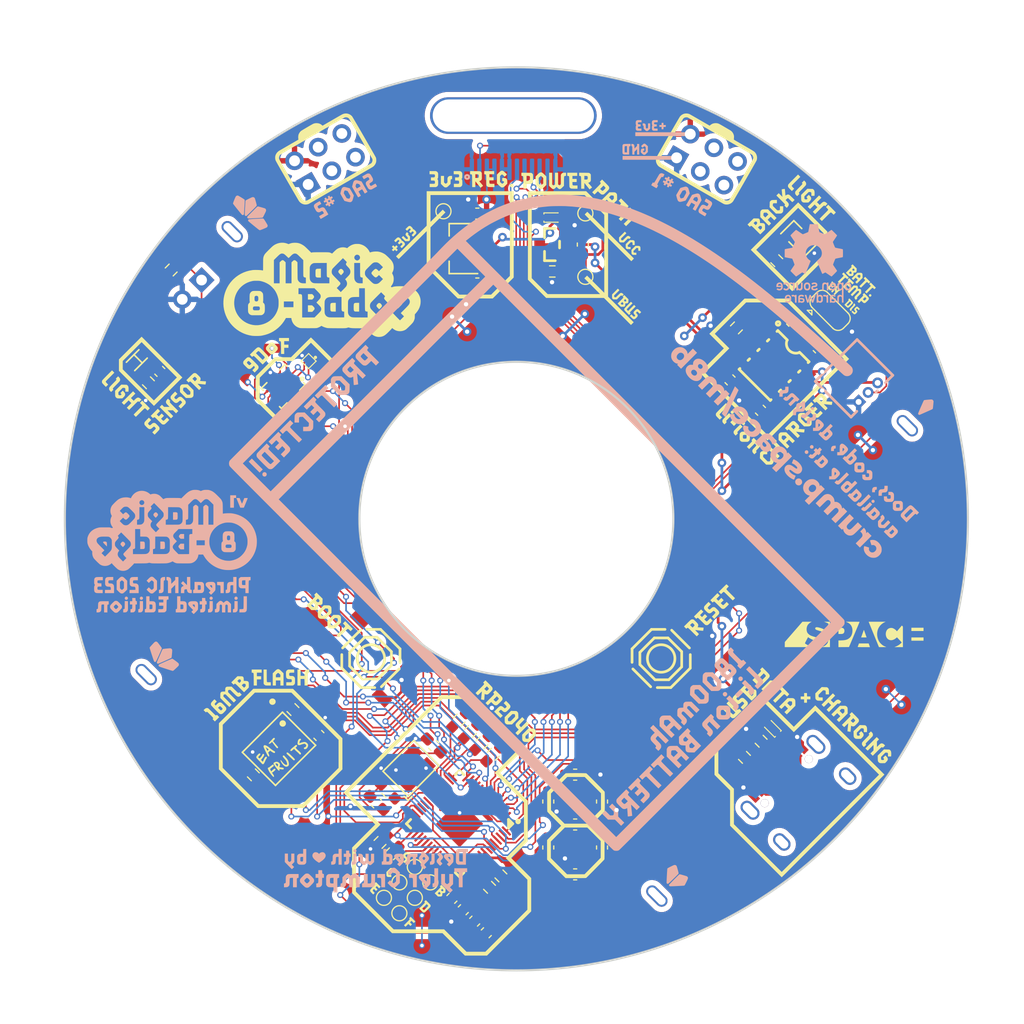
<source format=kicad_pcb>
(kicad_pcb (version 20221018) (generator pcbnew)
  (layers (0 "F.Cu" signal) (31 "B.Cu" signal) (34 "B.Paste" user) (35 "F.Paste" user) (36 "B.SilkS" user "B.Silkscreen") (37 "F.SilkS" user "F.Silkscreen") (38 "B.Mask" user) (39 "F.Mask" user) (44 "Edge.Cuts" user))
  (net 0 "")
  (net 1 "VBUS")
  (net 2 "GND")
  (net 3 "+BATT")
  (net 4 "+3V3")
  (net 5 "VCC")
  (net 6 "/AMB_LIGHT")
  (net 7 "Net-(D1-Pad2)")
  (net 8 "Net-(U1-PROG)")
  (net 9 "Net-(USB1-CC2)")
  (net 10 "Net-(USB1-CC1)")
  (net 12 "+1V1")
  (net 13 "Net-(U2-~{CS})")
  (net 14 "Net-(U3-USB_DP)")
  (net 15 "Net-(U3-USB_DM)")
  (net 16 "Net-(U3-XOUT)")
  (net 17 "/TP_B")
  (net 18 "/TP_A")
  (net 19 "/TP_D")
  (net 20 "/TP_R")
  (net 21 "Net-(U3-XIN)")
  (net 22 "/TP_L")
  (net 23 "/TP_U")
  (net 24 "/GC9A01_BL")
  (net 25 "/STANDBY")
  (net 26 "/CHARGING")
  (net 27 "Net-(U2-DO)")
  (net 28 "Net-(U2-IO2)")
  (net 29 "Net-(U2-DI)")
  (net 30 "Net-(U2-CLK)")
  (net 31 "Net-(U2-IO3)")
  (net 32 "/GC9A01_DC")
  (net 33 "/GC9A01_CS")
  (net 36 "/GC9A01_SCL")
  (net 37 "/GC9A01_SDA")
  (net 38 "/GC9A01_RESET")
  (net 39 "/9DOF_SDA")
  (net 40 "/9DOF_SCL")
  (net 41 "/B_TEMP")
  (net 42 "Net-(JP1-C)")
  (net 43 "Net-(X1-OSC1)")
  (net 45 "Net-(U7-SDX)")
  (net 46 "Net-(U7-SCX)")
  (net 47 "/9D_INT1")
  (net 48 "/9D_INT2")
  (net 52 "/USB_D+")
  (net 53 "/USB_D-")
  (net 57 "Net-(BOOT_SEL1-Pad2)")
  (net 59 "Net-(Q2-Pad1)")
  (net 60 "Net-(U4-LEDK)")
  (net 62 "Net-(U3-RUN)")
  (net 64 "/SHAKE")
  (net 69 "/GPIO23")
  (net 70 "/GPIO24")
  (net 71 "/GPIO25")
  (net 72 "/GPIO27_ADC1")
  (net 73 "/GPIO28_ADC2")
  (net 74 "/GPIO29_ADC3")
  (footprint "Capacitor_SMD:C_0603_1608Metric_Pad1.08x0.95mm_HandSolder" (layer "F.Cu") (at 10.284054 51.81066 -135)
    (fp_text reference "C18" hide)
    (fp_text value "1uF")
  )
  (footprint "Capacitor_SMD:C_0603_1608Metric_Pad1.08x0.95mm_HandSolder" (layer "F.Cu") (at 12.65 -5.38)
    (fp_text reference "C6" hide)
    (fp_text value "10uF")
  )
  (footprint "project_specific:magic-8-stripe" (layer "F.Cu") (at 0.044666 -4.8373)
    (fp_text reference "G***" hide)
    (fp_text value "LOGO" hide)
  )
  (footprint "TestPoint:TestPoint_Pad_D1.0mm" (layer "F.Cu") (at 8.273682 50.326318 135)
    (fp_text reference "TP15" hide)
    (fp_text value "TestPoint" hide)
  )
  (footprint "project_specific:lanyard_slot_15mm" (layer "F.Cu") (at 16 -21)
    (fp_text reference "REF**" hide)
    (fp_text value "lanyard_slot_15mm")
  )
  (footprint "Capacitor_SMD:C_0603_1608Metric_Pad1.08x0.95mm_HandSolder" (layer "F.Cu") (at 3.268415 42.931585 135)
    (fp_text reference "C20" hide)
    (fp_text value "27pF")
  )
  (footprint "project_specific:eat-fruits" (layer "F.Cu") (at -5.5 38.7)
    (fp_text reference "G***" hide)
    (fp_text value "LOGO" hide)
  )
  (footprint "project_specific:chip_b" (layer "F.Cu") (at 39 17)
    (fp_text reference "TP5" hide)
    (fp_text value "B" hide)
  )
  (footprint "Resistor_SMD:R_0603_1608Metric_Pad0.98x0.95mm_HandSolder" (layer "F.Cu") (at 19.625 -6.5 180)
    (fp_text reference "R4" hide)
    (fp_text value "100K")
  )
  (footprint "Capacitor_SMD:C_0603_1608Metric_Pad1.08x0.95mm_HandSolder" (layer "F.Cu") (at 21.75 40.306222)
    (fp_text reference "C10")
    (fp_text value "100nF")
  )
  (footprint "lcsc:SW-SMD_4P-L5.1-W5.1-P3.70-LS6.5-TL-2" (layer "F.Cu") (at 2.75 29.5 -45)
    (fp_text reference "BOOT_SEL1" hide)
    (fp_text value "TS-1187A-B-A-B")
  )
  (footprint "TestPoint:TestPoint_Pad_D1.0mm" (layer "F.Cu") (at 3.963159 51.763159 135)
    (fp_text reference "TP11" hide)
    (fp_text value "TestPoint" hide)
  )
  (footprint "lcsc:LQFN-56_L7.0-W7.0-P0.4-EP" (layer "F.Cu") (at 11 44.872175 -135)
    (fp_text reference "U3")
    (fp_text value "RP2040")
  )
  (footprint "Capacitor_SMD:C_0603_1608Metric_Pad1.08x0.95mm_HandSolder" (layer "F.Cu") (at 13.48548 55.012086 -135)
    (fp_text reference "C17" hide)
    (fp_text value "100nF")
  )
  (footprint "Resistor_SMD:R_0603_1608Metric_Pad0.98x0.95mm_HandSolder" (layer "F.Cu") (at 37.5 38.7 135)
    (fp_text reference "R10" hide)
    (fp_text value "5.1K")
  )
  (footprint "Capacitor_SMD:C_0603_1608Metric_Pad1.08x0.95mm_HandSolder" (layer "F.Cu") (at 12.65 -11.88 180)
    (fp_text reference "C5" hide)
    (fp_text value "10uF")
  )
  (footprint "Capacitor_SMD:C_0603_1608Metric_Pad1.08x0.95mm_HandSolder" (layer "F.Cu") (at -2.086998 36.663002 135)
    (fp_text reference "C1")
    (fp_text value "100nF")
  )
  (footprint "project_specific:subsystem-labels" (layer "F.Cu") (at 16.3 17.6)
    (fp_text reference "G***" hide)
    (fp_text value "LOGO" hide)
  )
  (footprint "project_specific:Badgelife-SAOv169-BADGE-2x3" (layer "F.Cu") (at -1.58 -16.95 30)
    (fp_text reference "J3" hide)
    (fp_text value "SAO Header 2")
  )
  (footprint "project_specific:chip_up" (layer "F.Cu") (at -12 10)
    (fp_text reference "TP2" hide)
    (fp_text value "U" hide)
  )
  (footprint "lcsc:OSC-SMD_4P-L3.2-W2.5-BL" (layer "F.Cu") (at 6.47868 39.721321 45)
    (fp_text reference "X1" hide)
    (fp_text value "X322512MSB4SI")
  )
  (footprint "Capacitor_SMD:C_0603_1608Metric_Pad1.08x0.95mm_HandSolder" (layer "F.Cu") (at 11.344714 52.87132 -135)
    (fp_text reference "C15" hide)
    (fp_text value "1uF")
  )
  (footprint "lcsc:WLCSP-4_L0.8-W0.8-R2-C2-P0.40-BL" (layer "F.Cu") (at -3.045335 1.845335 135)
    (fp_text reference "U9" hide)
    (fp_text value "QMC6308")
  )
  (footprint "Capacitor_SMD:C_0603_1608Metric_Pad1.08x0.95mm_HandSolder" (layer "F.Cu") (at -16.884575 2.794105 -45)
    (fp_text reference "C9" hide)
    (fp_text value "22uF")
  )
  (footprint "Capacitor_SMD:C_0603_1608Metric_Pad1.08x0.95mm_HandSolder" (layer "F.Cu") (at 44.361826 0.608291 -45)
    (fp_text reference "R21" hide)
    (fp_text value "DNF")
  )
  (footprint "TestPoint:TestPoint_Pad_D1.0mm" (layer "F.Cu") (at 6.836841 51.763159 135)
    (fp_text reference "TP16" hide)
    (fp_text value "TestPoint" hide)
  )
  (footprint "lcsc:ESOP-8_L4.9-W3.9-P1.27-LS6.0-BR-EP3.3" (layer "F.Cu") (at 40.251946 2.248411 135)
    (fp_text reference "U1" hide)
    (fp_text value "TC4056A")
  )
  (footprint "TestPoint:TestPoint_Pad_D1.0mm" (layer "F.Cu") (at 22.7 -11.9)
    (fp_text reference "TP8" hide)
    (fp_text value "TestPoint" hide)
  )
  (footprint "Resistor_SMD:R_0603_1608Metric_Pad0.98x0.95mm_HandSolder" (layer "F.Cu") (at 36.75 -1.25 45)
    (fp_text reference "R3" hide)
    (fp_text value "2.4K")
  )
  (footprint "Resistor_SMD:R_0603_1608Metric_Pad0.98x0.95mm_HandSolder" (layer "F.Cu") (at 4.329075 41.870925 -45)
    (fp_text reference "R11" hide)
    (fp_text value "1K")
  )
  (footprint "Resistor_SMD:R_0603_1608Metric_Pad0.98x0.95mm_HandSolder" (layer "F.Cu") (at 14.137786 38.410987 45)
    (fp_text reference "R14" hide)
    (fp_text value "1M")
  )
  (footprint "TestPoint:TestPoint_Pad_D1.0mm" (layer "F.Cu") (at 6.836841 48.889477 135)
    (fp_text reference "TP13" hide)
    (fp_text value "TestPoint" hide)
  )
  (footprint "Capacitor_SMD:C_0603_1608Metric_Pad1.08x0.95mm_HandSolder" (layer "F.Cu") (at 41.886953 -1.866583 -45)
    (fp_text reference "R20" hide)
    (fp_text value "DNF")
  )
  (footprint "Capacitor_SMD:C_0603_1608Metric_Pad1.08x0.95mm_HandSolder" (layer "F.Cu") (at 8.6 37.6 -45)
    (fp_text reference "C19" hide)
    (fp_text value "27pF")
  )
  (footprint "TestPoint:TestPoint_Pad_D1.0mm" (layer "F.Cu") (at 9.5 -12.1)
    (fp_text reference "TP9" hide)
    (fp_text value "TestPoint" hide)
  )
  (footprint "Resistor_SMD:R_0603_1608Metric_Pad0.98x0.95mm_HandSolder" (layer "F.Cu") (at 13.077126 37.350327 45)
    (fp_text reference "R17" hide)
    (fp_text value "1M")
  )
  (footprint "TestPoint:TestPoint_Pad_D1.0mm" (layer "F.Cu") (at 5.4 53.2 135)
    (fp_text reference "TP14" hide)
    (fp_text value "TestPoint" hide)
  )
  (footprint "Resistor_SMD:R_0603_1608Metric_Pad0.98x0.95mm_HandSolder" (layer "F.Cu") (at 14.844893 49.724695 -45)
    (fp_text reference "R7" hide)
    (fp_text value "27.4")
  )
  (footprint "Capacitor_SMD:C_0603_1608Metric_Pad1.08x0.95mm_HandSolder" (layer "F.Cu") (at 19.25 42.806222 -90)
    (fp_text reference "C7")
    (fp_text value "100nF")
  )
  (footprint "Resistor_SMD:R_0603_1608Metric_Pad0.98x0.95mm_HandSolder" (layer "F.Cu") (at -8.182259 40.325815 135)
    (fp_text reference "R6" hide)
    (fp_text value "DNF")
  )
  (footprint "lcsc:SOT-89_L4.5-W2.5-P1.50-LS4.2-BR" (layer "F.Cu") (at 11.9 -8.63)
    (fp_text reference "U10" hide)
    (fp_text value "ME6210A33PG")
  )
  (footprint "project_specific:chip_left" (layer "F.Cu") (at -19 17)
    (fp_text reference "TP1" hide)
    (fp_text value "L" hide)
  )
  (footprint "Connector_PinHeader_2.54mm:PinHeader_1x02_P2.54mm_Horizontal" (layer "F.Cu") (at -13 -5.7 -45)
    (fp_text reference "SW1" hide)
    (fp_text value "SW_Push" hide)
  )
  (footprint "project_specific:chip_r" (layer "F.Cu") (at -5 17)
    (fp_text reference "TP3" hide)
    (fp_text value "R" hide)
  )
  (footprint "Capacitor_SMD:C_0603_1608Metric_Pad1.08x0.95mm_HandSolder" (layer "F.Cu") (at 19.25 47.081222 -90)
    (fp_text reference "C13")
    (fp_text value "100nF")
  )
  (footprint "Capacitor_SMD:C_0603_1608Metric_Pad1.08x0.95mm_HandSolder" (layer "F.Cu") (at 22.4625 -9 90)
    (fp_text reference "C4" hide)
    (fp_text value "10uF")
  )
  (footprint "lcsc:SOD-523F_L1.2-W0.8-LS1.7-RD" (layer "F.Cu") (at 19.5025 -11.51 180)
    (fp_text reference "D2" hide)
    (fp_text value "MSK4005")
  )
  (footprint "Capacitor_SMD:C_0603_1608Metric_Pad1.08x0.95mm_HandSolder" (layer "F.Cu") (at 38.986225 6.41327 135)
    (fp_text reference "C3" hide)
    (fp_text value "10uF")
  )
  (footprint "lcsc:SOD-523F_L1.2-W0.8-LS1.7-RD" (layer "F.Cu") (at 40.15 36.05 -45)
    (fp_text reference "D1" hide)
    (fp_text value "MSK4005")
  )
  (footprint "Capacitor_SMD:C_0603_1608Metric_Pad1.08x0.95mm_HandSolder" (layer "F.Cu") (at 21.75 49.581222 180)
    (fp_text reference "C8")
    (fp_text value "100nF")
  )
  (footprint "lcsc:USB-C_SMD-TYPE-C-31-M-12" (layer "F.Cu") (at 42.287442 41.761756 45)
    (fp_text reference "USB1" hide)
    (fp_text value "USB-TYPE-C-018")
  )
  (footprint "TestPoint:TestPoint_Pad_D1.0mm" (layer "F.Cu") (at 5.4 50.326318 135)
    (fp_text reference "TP12" hide)
    (fp_text value "TestPoint" hide)
  )
  (footprint "Capacitor_SMD:C_0603_1608Metric_Pad1.08x0.95mm_HandSolder" (layer "F.Cu") (at 24.25 42.806222 -90)
    (fp_text reference "C14")
    (fp_text value "100nF")
  )
  (footprint "lcsc:SENSORS-SMD_ALS-PT19" (layer "F.Cu") (at -19.005896 1.733444 45)
    (fp_text reference "R1" hide)
    (fp_text value "ALS-PT19-315C/L177/TR8")
  )
  (footprint "lcsc:SOT-23-3_L3.0-W1.7-P0.95-LS2.9-BR" (layer "F.Cu") (at 42.564752 -9.536468 -135)
    (fp_text reference "Q2" hide)
    (fp_text value "S8050")
  )
  (footprint "Capacitor_SMD:C_0603_1608Metric_Pad1.08x0.95mm_HandSolder" (layer "F.Cu") (at 36.157798 3.584843 -45)
    (fp_text reference "C2" hide)
    (fp_text value "10uF")
  )
  (footprint "Resistor_SMD:R_0603_1608Metric_Pad0.98x0.95mm_HandSolder" (layer "F.Cu") (at -17.945235 3.854765 -45)
    (fp_text reference "R5" hide)
    (fp_text value "24K")
  )
  (footprint "Resistor_SMD:R_0603_1608Metric_Pad0.98x0.95mm_HandSolder" (layer "F.Cu") (at 13.784233 50.785355 135)
    (fp_text reference "R8" hide)
    (fp_text value "27.4")
  )
  (footprint "Resistor_SMD:R_0603_1608Metric_Pad0.98x0.95mm_HandSolder" (layer "F.Cu") (at 4.659188 47.670718 -135)
    (fp_text reference "R16" hide)
    (fp_text value "1M")
  )
  (footprint "lcsc:SW-SMD_4P-L5.1-W5.1-P3.70-LS6.5-TL-2" (layer "F.Cu") (at 29.75 29.5 45)
    (fp_text reference "SW2" hide)
    (fp_text value "TS-1187A-B-A-B")
  )
  (footprint "Resistor_SMD:R_0603_1608Metric_Pad0.98x0.95mm_HandSolder" (layer "F.Cu") (at 3.598528 46.610058 -135)
    (fp_text reference "R15" hide)
    (fp_text value "1M")
  )
  (footprint "project_specific:space" (layer "F.Cu") (at 47.7 27.25)
    (fp_text reference "G***" hide)
    (fp_text value "LOGO" hide)
  )
  (footprint "Capacitor_SMD:C_0603_1608Metric_Pad1.08x0.95mm_HandSolder" (layer "F.Cu") (at 21.75 44.943722)
    (fp_text reference "C11")
    (fp_text value "100nF")
  )
  (footprint "project_specific:chip_down" (layer "F.Cu") (at -12 24)
    (fp_text reference "TP4" hide)
    (fp_text value "D" hide)
  )
  (footprint "Resistor_SMD:R_0603_1608Metric_Pad0.98x0.95mm_HandSolder" (layer "F.Cu") (at 10.955806 35.229006 45)
    (fp_text reference "R12" hide)
    (fp_text value "1M")
  )
  (footprint "Capacitor_SMD:C_0603_1608Metric_Pad1.08x0.95mm_HandSolder" (layer "F.Cu") (at 12.405374 53.931981 -135)
    (fp_text reference "C16" hide)
    (fp_text value "100nF")
  )
  (footprint "lcsc:LGA-14_L3.0-W2.5-P0.50-BR" (layer "F.Cu") (at -5.4 4.2 45)
    (fp_text reference "U7" hide)
    (fp_text value "QMI8658C")
  )
  (footprint "lcsc:SOIC-8_L5.3-W5.3-P1.27-LS8.0-BL" (layer "F.Cu") (at -5.799309 37.900439 -135)
    (fp_text reference "U2" hide)
    (fp_text value "W25Q128JVSIQTR")
  )
  (footprint "project_specific:magic-8-logo" (layer "F.Cu") (at -1.8 -4.8)
    (fp_text reference "G***" hide)
    (fp_text value "LOGO" hide)
  )
  (footprint "Jumper:SolderJumper-3_P1.3mm_Open_RoundedPad1.0x1.5mm" (layer "F.Cu") (at 45.466681 -2.883049 -45)
    (fp_text reference "JP1" hide)
    (fp_text value "BATT_TEMP_EN")
  )
  (footprint "project_specific:Badgelife-SAOv169-BADGE-2x3" (layer "F.Cu") (at 33.98 -16.95 -30)
    (fp_text reference "J2" hide)
    (fp_text value "SAO Header 1")
  )
  (footprint "Resistor_SMD:R_0603_1608Metric_Pad0.98x0.95mm_HandSolder" (layer "F.Cu") (at 40.5 -7.5 -45)
    (fp_text reference "R18" hide)
    (fp_text value "1K")
  )
  (footprint "Resistor_SMD:R_0603_1608Metric_Pad0.98x0.95mm_HandSolder" (layer "F.Cu") (at 12.016466 36.289666 45)
    (fp_text reference "R13" hide)
    (fp_text value "1M")
  )
  (footprint "Capacitor_SMD:C_0603_1608Metric_Pad1.08x0.95mm_HandSolder" (layer "F.Cu") (at 24.25 47.081222 90)
    (fp_text reference "C12")
    (fp_text value "100nF")
  )
  (footprint "project_specific:chip_a" (layer "F.Cu") (at 50 17)
    (fp_text reference "TP6" hide)
    (fp_text value "A" hide)
  )
  (footprint "TestPoint:TestPoint_Pad_D1.0mm" (layer "F.Cu") (at 22.7 -6)
    (fp_text reference "TP7" hide)
    (fp_text value "TestPoint" hide)
  )
  (footprint "lcsc:SOT-23_L2.9-W1.3-P1.90-LS2.4-BR" (layer "F.Cu") (at 19.6 -9)
    (fp_text reference "Q1" hide)
    (fp_text value "AO3401A")
  )
  (footprint "Resistor_SMD:R_0603_1608Metric_Pad0.98x0.95mm_HandSolder" (layer "F.Cu") (at 39.05 37.2 135)
    (fp_text reference "R9" hide)
    (fp_text value "5.1K")
  )
  (footprint "project_specific:crump" (layer "F.Cu") (at 47.4 25.8)
    (fp_text reference "G***" hide)
    (fp_text value "LOGO" hide)
  )
  (footprint "Resistor_SMD:R_0603_1608Metric_Pad0.98x0.95mm_HandSolder" (layer "F.Cu") (at -4.5 34.25 135)
    (fp_text reference "R2" hide)
    (fp_text value "1K")
  )
  (footprint "Resistor_SMD:R_0603_1608Metric_Pad0.98x0.95mm_HandSolder" (layer "F.Cu") (at -15.828427 -6.636917 45)
    (fp_text reference "R19" hide)
    (fp_text value "100K")
  )
  (footprint "project_specific:battery-layout" (layer "B.Cu") (at -10.15 -10.2 180)
    (fp_text reference "G***" hide)
    (fp_text value "LOGO" hide)
  )
  (footprint "project_specific:GC9A01" (layer "B.Cu") (at 16 -16)
    (fp_text reference "U4" hide)
    (fp_text value "GC9A01 LCD")
  )
  (footprint "project_specific:battery-layout" (layer "B.Cu") (at 52.65 7.85 180)
    (fp_text reference "G***" hide)
    (fp_text value "LOGO" hide)
  )
  (footprint "project_specific:battery-layout" (layer "B.Cu") (at 29.35 51.6 180)
    (fp_text reference "G***" hide)
    (fp_text value "LOGO" hide)
  )
  (footprint "project_specific:battery-layout" (layer "B.Cu") (at -18.15 31 180)
    (fp_text reference "G***" hide)
    (fp_text value "LOGO" hide)
  )
  (footprint "project_specific:back-silk" (layer "B.Cu") (at 15.725621 15.260108 180)
    (fp_text reference "G***" hide)
    (fp_text value "LOGO" hide)
  )
  (footprint "lcsc:CONN-TH_3P-P1.25_HDGC_HDGC1251WR-3P" (layer "B.Cu") (at 49 4.75 45)
    (fp_text reference "J1" hide)
    (fp_text value "BattConn")
  )
  (gr_circle (center 16.2814 16.51) (end 58.2814 16.51) (stroke (width 0.2)) (fill none) (layer "Edge.Cuts"))
  (gr_circle (center 16.2814 16.51) (end 30.8864 16.51) (stroke (width 0.2)) (fill none) (layer "Edge.Cuts"))
  (segment (start 33.6 -2.2) (end 34.20245 -2.80245) (width 0.25) (layer "F.Cu") (net 1))
  (segment (start 24.3245 -8.499902) (end 24.3245 -11.5755) (width 0.25) (layer "F.Cu") (net 1))
  (segment (start 20.75 -8.05) (end 22.375 -8.05) (width 0.25) (layer "F.Cu") (net 1))
  (segment (start 27.8 -6) (end 22.7 -6) (width 0.25) (layer "F.Cu") (net 1))
  (segment (start 19.9975 -12.725) (end 18.7925 -11.52) (width 0.25) (layer "F.Cu") (net 1))
  (segment (start 22.5245 -8.0755) (end 23.900098 -8.0755) (width 0.25) (layer "F.Cu") (net 1))
  (segment (start 35.547918 1.747918) (end 32.6 -1.2) (width 0.25) (layer "F.Cu") (net 1))
  (segment (start 35.547918 2.974963) (end 35.707018 2.974963) (width 0.25) (layer "F.Cu") (net 1))
  (segment (start 34.20245 -2.80245) (end 40.951086 -2.80245) (width 0.25) (layer "F.Cu") (net 1))
  (segment (start 22.7 -7.9) (end 22.4625 -8.1375) (width 0.25) (layer "F.Cu") (net 1))
  (segment (start 44.725 4.575) (end 35.4 13.9) (width 0.25) (layer "F.Cu") (net 1))
  (segment (start 40.951086 -2.80245) (end 41.277073 -2.476463) (width 0.25) (layer "F.Cu") (net 1))
  (segment (start 44.707025 2.807025) (end 43.511708 2.807025) (width 0.25) (layer "F.Cu") (net 1))
  (segment (start 22.4625 -8.1375) (end 22.5245 -8.0755) (width 0.25) (layer "F.Cu") (net 1))
  (segment (start 24.3245 -11.5755) (end 23.175 -12.725) (width 0.25) (layer "F.Cu") (net 1))
  (segment (start 35.4 3.122881) (end 35.4 11.3) (width 0.25) (layer "F.Cu") (net 1))
  (segment (start 23.175 -12.725) (end 19.9975 -12.725) (width 0.25) (layer "F.Cu") (net 1))
  (segment (start 35.547918 2.974963) (end 35.547918 1.747918) (width 0.25) (layer "F.Cu") (net 1))
  (segment (start 35.547918 2.974963) (end 35.4 3.122881) (width 0.25) (layer "F.Cu") (net 1))
  (segment (start 35.707018 2.974963) (end 36.999255 1.682726) (width 0.25) (layer "F.Cu") (net 1))
  (segment (start 23.900098 -8.0755) (end 24.3245 -8.499902) (width 0.25) (layer "F.Cu") (net 1))
  (segment (start 35.05 26.15) (end 35.4 26.5) (width 0.25) (layer "F.Cu") (net 1))
  (segment (start 22.7 -6) (end 21.0375 -6) (width 0.25) (layer "F.Cu") (net 1))
  (segment (start 32.6 -1.2) (end 27.8 -6) (width 0.25) (layer "F.Cu") (net 1))
  (segment (start 31.9 -0.5) (end 32.6 -1.2) (width 0.25) (layer "F.Cu") (net 1))
  (segment (start 20.75 -6.7125) (end 20.5375 -6.5) (width 0.25) (layer "F.Cu") (net 1))
  (segment (start 39.640883 35.540883) (end 39.655025 35.540883) (width 0.25) (layer "F.Cu") (net 1))
  (segment (start 35.5 31.4) (end 39.640883 35.540883) (width 0.25) (layer "F.Cu") (net 1))
  (segment (start 22.375 -8.05) (end 22.4625 -8.1375) (width 0.25) (layer "F.Cu") (net 1))
  (segment (start 22.7 -6) (end 22.7 -7.9) (width 0.25) (layer "F.Cu") (net 1))
  (segment (start 35.4 13.9) (end 35.05 14.25) (width 0.25) (layer "F.Cu") (net 1))
  (segment (start 21.0375 -6) (end 20.5375 -6.5) (width 0.25) (layer "F.Cu") (net 1))
  (segment (start 35.05 14.25) (end 35.05 26.15) (width 0.25) (layer "F.Cu") (net 1))
  (segment (start 20.75 -8.05) (end 20.75 -6.7125) (width 0.25) (layer "F.Cu") (net 1))
  (segment (start 44.725 2.825) (end 44.707025 2.807025) (width 0.25) (layer "F.Cu") (net 1))
  (via (at 31.9 -0.5) (size 0.8) (drill 0.4) (layers "F.Cu" "B.Cu") (net 1))
  (via (at 35.5 31.4) (size 0.8) (drill 0.4) (layers "F.Cu" "B.Cu") (net 1))
  (via (at 35.4 26.5) (size 0.8) (drill 0.4) (layers "F.Cu" "B.Cu") (net 1))
  (via (at 44.725 4.575) (size 0.8) (drill 0.4) (layers "F.Cu" "B.Cu") (net 1))
  (via (at 35.4 13.9) (size 0.8) (drill 0.4) (layers "F.Cu" "B.Cu") (net 1))
  (via (at 44.725 2.825) (size 0.8) (drill 0.4) (layers "F.Cu" "B.Cu") (net 1))
  (via (at 33.6 -2.2) (size 0.8) (drill 0.4) (layers "F.Cu" "B.Cu") (net 1))
  (via (at 35.4 11.3) (size 0.8) (drill 0.4) (layers "F.Cu" "B.Cu") (net 1))
  (segment (start 35.4 26.5) (end 35.4 31.3) (width 0.25) (layer "B.Cu") (net 1))
  (segment (start 35.4 31.3) (end 35.5 31.4) (width 0.25) (layer "B.Cu") (net 1))
  (segment (start 44.725 4.575) (end 44.725 2.825) (width 0.25) (layer "B.Cu") (net 1))
  (segment (start 35.4 13.9) (end 35.4 11.3) (width 0.25) (layer "B.Cu") (net 1))
  (segment (start 33.6 -2.2) (end 31.9 -0.5) (width 0.25) (layer "B.Cu") (net 1))
  (segment (start 6.26509 36.947827) (end 3.7 39.512917) (width 0.1524) (layer "F.Cu") (net 2))
  (segment (start 10.734834 53.481201) (end 11.795494 54.541861) (width 0.25) (layer "F.Cu") (net 2))
  (segment (start 7.99012 36.99012) (end 6.947142 36.99012) (width 0.1524) (layer "F.Cu") (net 2))
  (segment (start -17.3 4.6) (end -18.2 5.5) (width 0.1524) (layer "F.Cu") (net 2))
  (segment (start 3.876884 39.876884) (end 3.7 39.7) (width 0.1524) (layer "F.Cu") (net 2))
  (segment (start 7.854429 37.125811) (end 6.590548 37.125811) (width 0.1524) (layer "F.Cu") (net 2))
  (segment (start 46.38592 -0.196043) (end 46.38592 -1.96381) (width 0.25) (layer "F.Cu") (net 2))
  (segment (start 24.25 43.668722) (end 25.531278 43.668722) (width 0.25) (layer "F.Cu") (net 2))
  (segment (start -2.553122 36.053122) (end -1.5 35) (width 0.1524) (layer "F.Cu") (net 2))
  (segment (start 13.26 -7.13) (end 13.26 -6.44) (width 0.25) (layer "F.Cu") (net 2))
  (segment (start 5.078609 38.63775) (end 5.078609 39.876884) (width 0.1524) (layer "F.Cu") (net 2))
  (segment (start 5.0584 33.1416) (end 5.6 32.6) (width 0.25) (layer "F.Cu") (net 2))
  (segment (start 24.25 46.218722) (end 23.8875 46.218722) (width 0.25) (layer "F.Cu") (net 2))
  (segment (start -17.3 4.5) (end -17.3 4.6) (width 0.1524) (layer "F.Cu") (net 2))
  (segment (start 3.878295 43.541465) (end 2.815937 43.541465) (width 0.1524) (layer "F.Cu") (net 2))
  (segment (start 3.7 39.512917) (end 3.7 39.7) (width 0.1524) (layer "F.Cu") (net 2))
  (segment (start 14.783021 37.765752) (end 13.722361 36.705092) (width 0.25) (layer "F.Cu") (net 2))
  (segment (start 11.795494 54.541861) (end 11.795495 54.541861) (width 0.25) (layer "F.Cu") (net 2))
  (segment (start 11.7875 -13.1875) (end 11.7875 -11.88) (width 0.25) (layer "F.Cu") (net 2))
  (segment (start 46.43619 -1.96381) (end 47.5 -0.9) (width 0.25) (layer "F.Cu") (net 2))
  (segment (start 13.722361 36.705092) (end 13.722361 36.705091) (width 0.25) (layer "F.Cu") (net 2))
  (segment (start 6.947142 36.99012) (end 6.904849 36.947827) (width 0.1524) (layer "F.Cu") (net 2))
  (segment (start 13.722361 36.705091) (end 12.661701 35.644431) (width 0.25) (layer "F.Cu") (net 2))
  (segment (start 37.89728 0.7847) (end 36.507815 -0.604765) (width 0.25) (layer "F.Cu") (net 2))
  (segment (start 24.093778 40.306222) (end 24.1 40.3) (width 0.25) (layer "F.Cu") (net 2))
  (segment (start 19.950402 43.668722) (end 20.021291 43.739611) (width 0.25) (layer "F.Cu") (net 2))
  (segment (start 36.854765 40.954765) (end 37.4 41.5) (width 0.1524) (layer "F.Cu") (net 2))
  (segment (start 42.909696 37.646395) (end 42.909696 37.309696) (width 0.25) (layer "F.Cu") (net 2))
  (segment (start -16.274695 3.474695) (end -17.3 4.5) (width 0.1524) (layer "F.Cu") (net 2))
  (segment (start 20.8875 49.218722) (end 23.8875 46.218722) (width 0.25) (layer "F.Cu") (net 2))
  (segment (start 37.9 36.05) (end 37.65 36.05) (width 0.1524) (layer "F.Cu") (net 2))
  (segment (start -6.050538 3.549462) (end -6.050538 3.449462) (width 0.1524) (layer "F.Cu") (net 2))
  (segment (start 13.5125 -6.1875) (end 13.5125 -5.38) (width 0.25) (layer "F.Cu") (net 2))
  (segment (start 20.8875 48.1875) (end 20.8 48.1) (width 0.25) (layer "F.Cu") (net 2))
  (segment (start 3.775305 33.1416) (end 5.0584 33.1416) (width 0.25) (layer "F.Cu") (net 2))
  (segment (start 22.4625 -10.0375) (end 22.4625 -9.8625) (width 0.25) (layer "F.Cu") (net 2))
  (segment (start -8.25 38.2) (end -9.638899 36.811101) (width 0.1524) (layer "F.Cu") (net 2))
  (segment (start 10.7188 53.4812) (end 10.224288 53.975712) (width 0.25) (layer "F.Cu") (net 2))
  (segment (start 13.5125 -5.3625) (end 13.5125 -5.38) (width 0.25) (layer "F.Cu") (net 2))
  (segment (start 7.878751 40.336712) (end 9.196878 41.654839) (width 0.1524) (layer "F.Cu") (net 2))
  (segment (start 34.466295 27.4) (end 33.3916 28.474695) (width 0.25) (layer "F.Cu") (net 2))
  (segment (start 1.116465 43.541465) (end 3.878295 43.541465) (width 0.1524) (layer "F.Cu") (net 2))
  (segment (start 6.590548 37.125811) (end 5.078609 38.63775) (width 0.1524) (layer "F.Cu") (net 2))
  (segment (start 1.7 41.7) (end 3.7 39.7) (width 0.1524) (layer "F.Cu") (net 2))
  (segment (start 36.767678 5.267678) (end 36.767678 4.194723) (width 0.25) (layer "F.Cu") (net 2))
  (segment (start 22.975 44.943722) (end 24.25 43.668722) (width 0.25) (layer "F.Cu") (net 2))
  (segment (start 5.078609 39.876884) (end 3.876884 39.876884) (width 0.1524) (layer "F.Cu") (net 2))
  (segment (start 1.7 42.425528) (end 1.7 41.7) (width 0.1524) (layer "F.Cu") (net 2))
  (segment (start 19.25 47.943722) (end 20.8875 49.581222) (width 0.25) (layer "F.Cu") (net 2))
  (segment (start 10.734834 53.4812) (end 10.7188 53.4812) (width 0.25) (layer "F.Cu") (net 2))
  (segment (start -9.638899 36.811101) (end -9.638899 36.747855) (width 0.1524) (layer "F.Cu") (net 2))
  (segment (start 44.971706 1.218171) (end 46.38592 -0.196043) (width 0.25) (layer "F.Cu") (net 2))
  (segment (start 25.531278 43.668722) (end 25.6 43.6) (width 0.25) (layer "F.Cu") (net 2))
  (segment (start -16.274695 3.403985) (end -16.274695 3.474695) (width 0.1524) (layer "F.Cu") (net 2))
  (segment (start 42.458686 -8.086899) (end 43.886899 -8.086899) (width 0.1524) (layer "F.Cu") (net 2))
  (segment (start 5.6 32.6) (end 5.6 31.5) (width 0.25) (layer "F.Cu") (net 2))
  (segment (start -6.050538 3.449462) (end -6.6 2.9) (width 0.1524) (layer "F.Cu") (net 2))
  (segment (start 19.25 43.668722) (end 19.950402 43.668722) (width 0.25) (layer "F.Cu") (net 2))
  (segment (start 38.404765 36.554765) (end 37.9 36.05) (width 0.1524) (layer "F.Cu") (net 2))
  (segment (start 11.601041 34.583771) (end 12.084812 34.1) (width 0.25) (layer "F.Cu") (net 2))
  (segment (start 9.674174 52.42054) (end 10.734834 53.4812) (width 0.25) (layer "F.Cu") (net 2))
  (segment (start -3.282827 1.325) (end -3.045335 1.562492) (width 0.1524) (layer "F.Cu") (net 2))
  (segment (start 11.6 -3.45) (end 13.5125 -5.3625) (width 0.25) (layer "F.Cu") (net 2))
  (segment (start 36.854765 38.054765) (end 36.854765 40.954765) (width 0.1524) (layer "F.Cu") (net 2))
  (segment (start 2.913379 47.215379) (end 2.715879 47.215379) (width 0.1524) (layer "F.Cu") (net 2))
  (segment (start 6.904849 36.947827) (end 6.26509 36.947827) (width 0.1524) (layer "F.Cu") (net 2))
  (segment (start 2.953293 47.255293) (end 2.913379 47.215379) (width 0.1524) (layer "F.Cu") (net 2))
  (segment (start 11.601041 34.583771) (end 12.661701 35.644431) (width 0.25) (layer "F.Cu") (net 2))
  (segment (start 21.7 -10.8) (end 22.4625 -10.0375) (width 0.25) (layer "F.Cu") (net 2))
  (segment (start -3.65 1.325) (end -3.282827 1.325) (width 0.1524) (layer "F.Cu") (net 2))
  (segment (start 22.6125 44.943722) (end 22.975 44.943722) (width 0.25) (layer "F.Cu") (net 2))
  (segment (start 43.886899 -8.086899) (end 44 -8.2) (width 0.1524) (layer "F.Cu") (net 2))
  (segment (start 7.99012 36.99012) (end 7.854429 37.125811) (width 0.1524) (layer "F.Cu") (net 2))
  (segment (start 36.507815 -0.604765) (end 36.104765 -0.604765) (width 0.25) (layer "F.Cu") (net 2))
  (segment (start 0.85 43.275) (end 1.116465 43.541465) (width 0.1524) (layer "F.Cu") (net 2))
  (segment (start 18.7125 -6.5) (end 18.7125 -6.3875) (width 0.25) (layer "F.Cu") (net 2))
  (segment (start 10.734834 53.4812) (end 10.734834 53.481201) (width 0.25) (layer "F.Cu") (net 2))
  (segment (start 37 5.5) (end 36.767678 5.267678) (width 0.25) (layer "F.Cu") (net 2))
  (segment (start 18.7125 -6.3875) (end 19.6 -5.5) (width 0.25) (layer "F.Cu") (net 2))
  (segment (start 23.8875 46.218722) (end 22.6125 44.943722) (width 0.25) (layer "F.Cu") (net 2))
  (segment (start 38.172081 42.38401) (end 38.172081 42.272081) (width 0.25) (layer "F.Cu") (net 2))
  (segment (start 38.376345 5.80339) (end 36.767678 4.194723) (width 0.25) (layer "F.Cu") (net 2))
  (segment (start 12.084812 34.1) (end 14 34.1) (width 0.25) (layer "F.Cu") (net 2))
  (segment (start 11.795495 54.541861) (end 12.8756 55.621966) (width 0.25) (layer "F.Cu") (net 2))
  (segment (start 38.172081 42.272081) (end 37.4 41.5) (width 0.25) (layer "F.Cu") (net 2))
  (segment (start 34.35 -1.45) (end 35.195235 -0.604765) (width 0.25) (layer "F.Cu") (net 2))
  (segment (start 4.013953 48.315953) (end 2.953293 47.255293) (width 0.1524) (layer "F.Cu") (net 2))
  (segment (start 46.38592 -1.96381) (end 46.43619 -1.96381) (width 0.25) (layer "F.Cu") (net 2))
  (segment (start 7.878751 39.565758) (end 7.878751 39.7) (width 0.1524) (layer "F.Cu") (net 2))
  (segment (start 42.909696 37.309696) (end 42.4 36.8) (width 0.25) (layer "F.Cu") (net 2))
  (segment (start 2.815937 43.541465) (end 1.7 42.425528) (width 0.1524) (layer "F.Cu") (net 2))
  (segment (start -2.696878 36.053122) (end -2.553122 36.053122) (width 0.1524) (layer "F.Cu") (net 2))
  (segment (start 22.6125 40.306222) (end 24.093778 40.306222) (width 0.25) (layer "F.Cu") (net 2))
  (segment (start 20.8875 49.581222) (end 20.8875 48.1875) (width 0.25) (layer "F.Cu") (net 2))
  (segment (start -6.404092 3.903015) (end -6.050538 3.549462) (width 0.1524) (layer "F.Cu") (net 2))
  (segment (start 35.195235 -0.604765) (end 36.104765 -0.604765) (width 0.25) (layer "F.Cu") (net 2))
  (segment (start 13.26 -6.44) (end 13.5125 -6.1875) (width 0.25) (layer "F.Cu") (net 2))
  (segment (start 34.5 27.4) (end 34.466295 27.4) (width 0.25) (layer "F.Cu") (net 2))
  (segment (start 20.8875 49.581222) (end 20.8875 49.218722) (width 0.25) (layer "F.Cu") (net 2))
  (segment (start 11.8 -13.2) (end 11.7875 -13.1875) (width 0.25) (layer "F.Cu") (net 2))
  (via (at 37 5.5) (size 0.8) (drill 0.4) (layers "F.Cu" "B.Cu") (net 2))
  (via (at 2.715879 47.215379) (size 0.5588) (drill 0.3302) (layers "F.Cu" "B.Cu") (net 2))
  (via (at 3.7 39.7) (size 0.5588) (drill 0.3302) (layers "F.Cu" "B.Cu") (net 2))
  (via (at 20.021291 43.739611) (size 0.8) (drill 0.4) (layers "F.Cu" "B.Cu") (net 2))
  (via (at 11 43.856175) (size 0.5588) (drill 0.3302) (layers "F.Cu" "B.Cu") (net 2))
  (via (at 21.7 -10.8) (size 0.8) (drill 0.4) (layers "F.Cu" "B.Cu") (net 2))
  (via (at 10.224288 53.975712) (size 0.8) (drill 0.4) (layers "F.Cu" "B.Cu") (net 2))
  (via (at 20.8 48.1) (size 0.8) (drill 0.4) (layers "F.Cu" "B.Cu") (net 2))
  (via (at 6.904849 36.947827) (size 0.5588) (drill 0.3302) (layers "F.Cu" "B.Cu") (net 2))
  (via (at -8.25 38.2) (size 0.5588) (drill 0.3302) (layers "F.Cu" "B.Cu") (net 2))
  (via (at 37.4 41.5) (size 0.8) (drill 0.4) (layers "F.Cu" "B.Cu") (net 2))
  (via (at 14 34.1) (size 0.8) (drill 0.4) (layers "F.Cu" "B.Cu") (net 2))
  (via (at 42.4 36.8) (size 0.8) (drill 0.4) (layers "F.Cu" "B.Cu") (net 2))
  (via (at 0.85 43.275) (size 0.5588) (drill 0.3302) (layers "F.Cu" "B.Cu") (net 2))
  (via (at 37.65 36.05) (size 0.8) (drill 0.4) (layers "F.Cu" "B.Cu") (net 2))
  (via (at 5.078609 39.876884) (size 0.5588) (drill 0.3302) (layers "F.Cu" "B.Cu") (net 2))
  (via (at 24.1 40.3) (size 0.8) (drill 0.4) (layers "F.Cu" "B.Cu") (net 2))
  (via (at 11.6 -3.45) (size 0.8) (drill 0.4) (layers "F.Cu" "B.Cu") (net 2))
  (via (at 7.878751 39.7) (size 0.5588) (drill 0.3302) (layers "F.Cu" "B.Cu") (net 2))
  (via (at -1.5 35) (size 0.5588) (drill 0.3302) (layers "F.Cu" "B.Cu") (net 2))
  (via (at 34.5 27.4) (size 0.8) (drill 0.4) (layers "F.Cu" "B.Cu") (net 2))
  (via (at -6.6 2.9) (size 0.5588) (drill 0.3302) (layers "F.Cu" "B.Cu") (net 2))
  (via (at 19.6 -5.5) (size 0.8) (drill 0.4) (layers "F.Cu" "B.Cu") (net 2))
  (via (at 34.35 -1.45) (size 0.8) (drill 0.4) (layers "F.Cu" "B.Cu") (net 2))
  (via (at 5.6 31.5) (size 0.8) (drill 0.4) (layers "F.Cu" "B.Cu") (net 2))
  (via (at 11.8 -13.2) (size 0.8) (drill 0.4) (layers "F.Cu" "B.Cu") (net 2))
  (via (at 44 -8.2) (size 0.5588) (drill 0.3302) (layers "F.Cu" "B.Cu") (net 2))
  (via (at 25.6 43.6) (size 0.8) (drill 0.4) (layers "F.Cu" "B.Cu") (net 2))
  (via (at -3.65 1.325) (size 0.5588) (drill 0.3302) (layers "F.Cu" "B.Cu") (net 2))
  (via (at -18.2 5.5) (size 0.5588) (drill 0.3302) (layers "F.Cu" "B.Cu") (net 2))
  (via (at 47.5 -0.9) (size 0.8) (drill 0.4) (layers "F.Cu" "B.Cu") (net 2))
  (segment (start 19.9066 -16) (end 19.9066 -14.5066) (width 0.25) (layer "B.Cu") (net 2))
  (segment (start 14.94 -16) (end 14.94 -17.69) (width 0.25) (layer "B.Cu") (net 2))
  (segment (start 19.9066 -16) (end 19.9066 -17.7) (width 0.25) (layer "B.Cu") (net 2))
  (segment (start 19.9 -14.5) (end 19.9066 -14.5066) (width 0.25) (layer "B.Cu") (net 2))
  (segment (start 12.14 -16) (end 12.14 -14.64) (width 0.25) (layer "B.Cu") (net 2))
  (segment (start 12.14 -14.64) (end 12.1 -14.6) (width 0.25) (layer "B.Cu") (net 2))
  (segment (start 5.255493 39.7) (end 5.078609 39.876884) (width 0.1524) (layer "B.Cu") (net 2))
  (segment (start 15.64 -16) (end 15.64 -17.7) (width 0.25) (layer "B.Cu") (net 2))
  (segment (start 14.94 -16) (end 14.94 -14.34) (width 0.25) (layer "B.Cu") (net 2))
  (segment (start 14.9 -14.3) (end 14.94 -14.34) (width 0.25) (layer "B.Cu") (net 2))
  (segment (start 12.14 -16) (end 12.14 -17.69) (width 0.25) (layer "B.Cu") (net 2))
  (segment (start 7.878751 39.7) (end 5.255493 39.7) (width 0.1524) (layer "B.Cu") (net 2))
  (segment (start 23.4 -9) (end 23.6 -8.8) (width 0.25) (layer "F.Cu") (net 3))
  (segment (start 27.93569 -6.5) (end 35.121665 0.685975) (width 0.25) (layer "F.Cu") (net 3))
  (segment (start 43.617516 3.825) (end 42.500816 2.7083) (width 0.25) (layer "F.Cu") (net 3))
  (segment (start 23.6 -7.3) (end 24.4 -6.5) (width 0.25) (layer "F.Cu") (net 3))
  (segment (start 40.202987 5.501102) (end 40.817631 5.501102) (width 0.25) (layer "F.Cu") (net 3))
  (segment (start 35.121665 0.685975) (end 36.886388 0.685975) (width 0.25) (layer "F.Cu") (net 3))
  (segment (start 42.0167 2.7083) (end 40.358012 4.366988) (width 0.25) (layer "F.Cu") (net 3))
  (segment (start 24.4 -6.5) (end 27.93569 -6.5) (width 0.25) (layer "F.Cu") (net 3))
  (segment (start 39.596105 6.722628) (end 40.817631 5.501102) (width 0.25) (layer "F.Cu") (net 3))
  (segment (start 40.358012 5.041483) (end 40.817631 5.501102) (width 0.25) (layer "F.Cu") (net 3))
  (segment (start 49.883883 3.866117) (end 49.842766 3.825) (width 0.25) (layer "F.Cu") (net 3))
  (segment (start 42.500816 2.7083) (end 42.0167 2.7083) (width 0.25) (layer "F.Cu") (net 3))
  (segment (start 39.596105 7.02315) (end 39.596105 6.722628) (width 0.25) (layer "F.Cu") (net 3))
  (segment (start 49.842766 3.825) (end 43.617516 3.825) (width 0.25) (layer "F.Cu") (net 3))
  (segment (start 37.996006 1.795593) (end 37.996006 2.064833) (width 0.25) (layer "F.Cu") (net 3))
  (segment (start 37.996006 2.064833) (end 37.381362 2.679477) (width 0.25) (layer "F.Cu") (net 3))
  (segment (start 40.358012 4.366988) (end 40.358012 5.041483) (width 0.25) (layer "F.Cu") (net 3))
  (segment (start 37.381362 2.679477) (end 40.202987 5.501102) (width 0.25) (layer "F.Cu") (net 3))
  (segment (start 18.45 -9) (end 23.4 -9) (width 0.25) (layer "F.Cu") (net 3))
  (segment (start 36.886388 0.685975) (end 37.996006 1.795593) (width 0.25) (layer "F.Cu") (net 3))
  (via (at 23.6 -8.8) (size 0.8) (drill 0.4) (layers "F.Cu" "B.Cu") (net 3))
  (via (at 23.6 -7.3) (size 0.8) (drill 0.4) (layers "F.Cu" "B.Cu") (net 3))
  (segment (start 23.6 -7.3) (end 23.6 -8.8) (width 0.25) (layer "B.Cu") (net 3))
  (segment (start 18.1 48.4) (end 14.95 48.4) (width 0.25) (layer "F.Cu") (net 4))
  (segment (start 10.328249 49.220882) (end 11.671751 49.220882) (width 0.1524) (layer "F.Cu") (net 4))
  (segment (start -5.35 3.542893) (end -5.35 4.957107) (width 0.1524) (layer "F.Cu") (net 4))
  (segment (start -1.2 44.175) (end -1.2 39.7986) (width 0.1524) (layer "F.Cu") (net 4))
  (segment (start 13.26 -10.13) (end 13.73 -10.13) (width 0.25) (layer "F.Cu") (net 4))
  (segment (start -7.35 5.15) (end -7.35 5.08934) (width 0.1524) (layer "F.Cu") (net 4))
  (segment (start -1.952648 39.045952) (end -1.952648 37.748412) (width 0.1524) (layer "F.Cu") (net 4))
  (segment (start 9.743656 42.956344) (end 8.801327 42.956344) (width 0.1524) (layer "F.Cu") (net 4))
  (segment (start -5.103015 5.204092) (end -4.85 5.457107) (width 0.1524) (layer "F.Cu") (net 4))
  (segment (start -5.696985 3.195908) (end -5.35 3.542893) (width 0.1524) (layer "F.Cu") (net 4))
  (segment (start 10.35 42.35) (end 9.743656 42.956344) (width 0.1524) (layer "F.Cu") (net 4))
  (segment (start -4.85 5.457107) (end -4.85 6.05) (width 0.1524) (layer "F.Cu") (net 4))
  (segment (start 15.348707 44.200424) (end 14.895731 44.6534) (width 0.1524) (layer "F.Cu") (net 4))
  (segment (start 10.781225 48.767906) (end 10.328249 49.220882) (width 0.1524) (layer "F.Cu") (net 4))
  (segment (start 8.23564 46.222321) (end 8.498112 46.222321) (width 0.1524) (layer "F.Cu") (net 4))
  (segment (start 9.9 -2.4) (end 10.2 -2.4) (width 0.25) (layer "F.Cu") (net 4))
  (segment (start 13.26 -11.6275) (end 13.5125 -11.88) (width 0.25) (layer "F.Cu") (net 4))
  (segment (start 12.02 -10.13) (end 13.26 -10.13) (width 0.25) (layer "F.Cu") (net 4))
  (segment (start 7.181307 42) (end 5.1 44.081307) (width 0.1524) (layer "F.Cu") (net 4))
  (segment (start -2.054665 1.845335) (end -2 1.9) (width 0.1524) (layer "F.Cu") (net 4))
  (segment (start 12.350146 42.500146) (end 12.350146 42.107815) (width 0.1524) (layer "F.Cu") (net 4))
  (segment (start 11.954594 48.938039) (end 11.671751 49.220882) (width 0.1524) (layer "F.Cu") (net 4))
  (segment (start 13.859627 48.05) (end 13.35113 47.541503) (width 0.25) (layer "F.Cu") (net 4))
  (segment (start 20.8875 44.943722) (end 20.8875 43.581222) (width 0.25) (layer "F.Cu") (net 4))
  (segment (start 8.498112 46.222321) (end 10.781225 48.505434) (width 0.1524) (layer "F.Cu") (net 4))
  (segment (start 13.26 -10.13) (end 13.26 -11.6275) (width 0.25) (layer "F.Cu") (net 4))
  (segment (start 14.6 48.05) (end 13.859627 48.05) (width 0.25) (layer "F.Cu") (net 4))
  (segment (start 23.8875 41.943722) (end 24.25 41.943722) (width 0.25) (layer "F.Cu") (net 4))
  (segment (start -2.762492 1.845335) (end -2.054665 1.845335) (width 0.1524) (layer "F.Cu") (net 4))
  (segment (start 12.107961 42.35) (end 10.35 42.35) (width 0.1524) (layer "F.Cu") (net 4))
  (segment (start 13.73 -10.13) (end 14.6 -11) (width 0.25) (layer "F.Cu") (net 4))
  (segment (start 7.782664 46.675297) (end 8.23564 46.222321) (width 0.1524) (layer "F.Cu") (net 4))
  (segment (start 12.350146 42.107815) (end 12.107961 42.35) (width 0.1524) (layer "F.Cu") (net 4))
  (segment (start -1.952648 39.045952) (end -2.054048 39.045952) (width 0.1524) (layer "F.Cu") (net 4))
  (segment (start 20.8875 40.306222) (end 19.25 41.943722) (width 0.25) (layer "F.Cu") (net 4))
  (segment (start -5.696985 3.195908) (end -5.696985 2.303015) (width 0.1524) (layer "F.Cu") (net 4))
  (segment (start 14.5034 44.6534) (end 12.350146 42.500146) (width 0.1524) (layer "F.Cu") (net 4))
  (segment (start 19.25 46.218722) (end 19.6125 46.218722) (width 0.25) (layer "F.Cu") (net 4))
  (segment (start 8.34835 42.503367) (end 8.314692 42.503367) (width 0.1524) (layer "F.Cu") (net 4))
  (segment (start 20.8875 44.943722) (end 23.8875 41.943722) (width 0.25) (layer "F.Cu") (net 4))
  (segment (start 10.328249 50.635095) (end 10.328249 49.220882) (width 0.1524) (layer "F.Cu") (net 4))
  (segment (start 7.811325 42) (end 7.181307 42) (width 0.1524) (layer "F.Cu") (net 4))
  (segment (start -4.85 6.05) (end -5 6.2) (width 0.1524) (layer "F.Cu") (net 4))
  (segment (start -7.35 5.08934) (end -6.757645 4.496985) (width 0.1524) (layer "F.Cu") (net 4))
  (segment (start 14.895731 44.6534) (end 14.5034 44.6534) (width 0.1524) (layer "F.Cu") (net 4))
  (segment (start -1.2 39.7986) (end -1.952648 39.045952) (width 0.1524) (layer "F.Cu") (net 4))
  (segment (start 18.1 48.4) (end 18.1 47.368722) (width 0.25) (layer "F.Cu") (net 4))
  (segment (start 12.350146 42.107815) (end 12.803122 41.654839) (width 0.1524) (layer "F.Cu") (net 4))
  (segment (start 8.801327 42.956344) (end 8.34835 42.503367) (width 0.1524) (layer "F.Cu") (net 4))
  (segment (start 5.1 44.081307) (end 5.1 44.1) (width 0.1524) (layer "F.Cu") (net 4))
  (segment (start 10.893934 51.20078) (end 9.69922 51.20078) (width 0.1524) (layer "F.Cu") (net 4))
  (segment (start 9.69922 51.20078) (end 7.5 53.4) (width 0.1524) (layer "F.Cu") (net 4))
  (segment (start 19.6125 46.218722) (end 20.8875 44.943722) (width 0.25) (layer "F.Cu") (net 4))
  (segment (start -1.952648 37.748412) (end -1.477118 37.272882) (width 0.1524) (layer "F.Cu") (net 4))
  (segment (start 11.75 -10.4) (end 12.02 -10.13) (width 0.25) (layer "F.Cu") (net 4))
  (segment (start 10.893934 51.20078) (end 10.893934 49.998699) (width 0.1524) (layer "F.Cu") (net 4))
  (segment (start 13.085965 47.806668) (end 13.368808 47.523825) (width 0.1524) (layer "F.Cu") (net 4))
  (segment (start 10.893934 49.998699) (end 11.671751 49.220882) (width 0.1524) (layer "F.Cu") (net 4))
  (segment (start -5.696985 2.303015) (end -5.8 2.2) (width 0.1524) (layer "F.Cu") (net 4))
  (segment (start 14.95 48.4) (end 14.6 48.05) (width 0.25) (layer "F.Cu") (net 4))
  (segment (start -5.35 4.957107) (end -5.103015 5.204092) (width 0.1524) (layer "F.Cu") (net 4))
  (segment (start 10.781225 48.505434) (end 10.781225 48.767906) (width 0.1524) (layer "F.Cu") (net 4))
  (segment (start -2.054048 39.045952) (end -3.3 37.8) (width 0.1524) (layer "F.Cu") (net 4))
  (segment (start 20.8875 43.581222) (end 19.25 41.943722) (width 0.25) (layer "F.Cu") (net 4))
  (segment (start 10.2 -2.4) (end 10.3 -2.3) (width 0.25) (layer "F.Cu") (net 4))
  (segment (start 18.1 47.368722) (end 19.25 46.218722) (width 0.25) (layer "F.Cu") (net 4))
  (segment (start 10.893934 51.20078) (end 10.328249 50.635095) (width 0.1524) (layer "F.Cu") (net 4))
  (segment (start 8.314692 42.503367) (end 7.811325 42) (width 0.1524) (layer "F.Cu") (net 4))
  (via (at -6.45 0.65) (size 0.5588) (drill 0.3302) (layers "F.Cu" "B.Cu") (net 4))
  (via (at 13.5 -13.2) (size 0.8) (drill 0.4) (layers "F.Cu" "B.Cu") (net 4))
  (via (at 48.056075 8.706075) (size 0.8) (drill 0.4) (layers "F.Cu" "B.Cu") (net 4))
  (via (at -5.8 2.2) (size 0.5588) (drill 0.3302) (layers "F.Cu" "B.Cu") (net 4))
  (via (at 50.65 32.35) (size 0.8) (drill 0.4) (layers "F.Cu" "B.Cu") (net 4))
  (via (at 22.65 -2.55) (size 0.8) (drill 0.4) (layers "F.Cu" "B.Cu") (net 4))
  (via (at 11.7 -0.9) (size 0.8) (drill 0.4) (layers "F.Cu" "B.Cu") (net 4))
  (via (at 7.5 53.4) (size 0.5588) (drill 0.3302) (layers "F.Cu" "B.Cu") (net 4))
  (via (at 7.5 56.2) (size 0.5588) (drill 0.3302) (layers "F.Cu" "B.Cu") (net 4))
  (via (at 52.1 33.8) (size 0.8) (drill 0.4) (layers "F.Cu" "B.Cu") (net 4))
  (via (at 10.3 -2.3) (size 0.8) (drill 0.4) (layers "F.Cu" "B.Cu") (net 4))
  (via (at 49.443925 10.118225) (size 0.8) (drill 0.4) (layers "F.Cu" "B.Cu") (net 4))
  (via (at -7.35 5.15) (size 0.5588) (drill 0.3302) (layers "F.Cu" "B.Cu") (net 4))
  (via (at 5.1 44.1) (size 0.5588) (drill 0.3302) (layers "F.Cu" "B.Cu") (net 4))
  (via (at 20.6 -0.5) (size 0.8) (drill 0.4) (layers "F.Cu" "B.Cu") (net 4))
  (via (at -8.7 3.8) (size 0.5588) (drill 0.3302) (layers "F.Cu" "B.Cu") (net 4))
  (via (at -1.2 44.175) (size 0.5588) (drill 0.3302) (layers "F.Cu" "B.Cu") (net 4))
  (segment (start -7.35 5.15) (end -8.7 3.8) (width 0.1524) (layer "B.Cu") (net 4))
  (segment (start -6.45 0.65) (end -6.45 1.55) (width 0.1524) (layer "B.Cu") (net 4))
  (segment (start 20.6 -0.5) (end 22.65 -2.55) (width 0.25) (layer "B.Cu") (net 4))
  (segment (start 13.54 -13.24) (end 13.54 -16) (width 0.1524) (layer "B.Cu") (net 4))
  (segment (start 13.5 -13.2) (end 13.54 -13.24) (width 0.1524) (layer "B.Cu") (net 4))
  (segment (start 10.3 -2.3) (end 11.7 -0.9) (width 0.25) (layer "B.Cu") (net 4))
  (segment (start -6.45 1.55) (end -5.8 2.2) (width 0.1524) (layer "B.Cu") (net 4))
  (segment (start 7.5 53.4) (end 7.5 56.2) (width 0.1524) (layer "B.Cu") (net 4))
  (segment (start 5 44.2) (end 5.1 44.1) (width 0.1524) (layer "B.Cu") (net 4))
  (segment (start -1.2 44.175) (end -1.175 44.2) (width 0.1524) (layer "B.Cu") (net 4))
  (segment (start 48.056075 8.706075) (end 49.443925 10.093925) (width 0.25) (layer "B.Cu") (net 4))
  (segment (start 14.24 -16) (end 13.54 -16) (width 0.1524) (layer "B.Cu") (net 4))
  (segment (start 52.1 33.8) (end 50.65 32.35) (width 0.1524) (layer "B.Cu") (net 4))
  (segment (start -1.175 44.2) (end 5 44.2) (width 0.1524) (layer "B.Cu") (net 4))
  (segment (start 14.9875 -9.6875) (end 13.94 -8.64) (width 0.25) (layer "F.Cu") (net 5))
  (segment (start 20.2125 -11.5) (end 20.6125 -11.9) (width 0.25) (layer "F.Cu") (net 5))
  (segment (start 13.94 -8.64) (end 11.9 -8.64) (width 0.25) (layer "F.Cu") (net 5))
  (segment (start 20.6125 -11.9) (end 22.7 -11.9) (width 0.25) (layer "F.Cu") (net 5))
  (segment (start 20.2125 -10.4875) (end 20.75 -9.95) (width 0.25) (layer "F.Cu") (net 5))
  (segment (start 20.2125 -11.5) (end 20.2125 -10.4875) (width 0.25) (layer "F.Cu") (net 5))
  (segment (start 11.7875 -8.5275) (end 11.9 -8.64) (width 0.25) (layer "F.Cu") (net 5))
  (segment (start 19.4 -10.6875) (end 20.2125 -11.5) (width 0.25) (layer "F.Cu") (net 5))
  (segment (start 19.4 -10.1) (end 19.4 -10.6875) (width 0.25) (layer "F.Cu") (net 5))
  (segment (start 11.7875 -5.38) (end 11.7875 -8.5275) (width 0.25) (layer "F.Cu") (net 5))
  (via (at 14.9875 -9.6875) (size 0.8) (drill 0.4) (layers "F.Cu" "B.Cu") (net 5))
  (via (at 19.4 -10.1) (size 0.8) (drill 0.4) (layers "F.Cu" "B.Cu") (net 5))
  (segment (start 15.175 -9.5) (end 18.8 -9.5) (width 0.25) (layer "B.Cu") (net 5))
  (segment (start 14.9875 -9.6875) (end 15.175 -9.5) (width 0.25) (layer "B.Cu") (net 5))
  (segment (start 18.8 -9.5) (end 19.4 -10.1) (width 0.25) (layer "B.Cu") (net 5))
  (segment (start -1 24.231419) (end -1 12.8) (width 0.1524) (layer "F.Cu") (net 6))
  (segment (start 1.009288 49.907001) (end 0.824308 49.907001) (width 0.1524) (layer "F.Cu") (net 6))
  (segment (start 1.9 27.131419) (end -1 24.231419) (width 0.1524) (layer "F.Cu") (net 6))
  (segment (start 8.536727 48.749662) (end 8.250338 48.749662) (width 0.1524) (layer "F.Cu") (net 6))
  (segment (start 4.460641 52.539359) (end 3.641646 52.539359) (width 0.1524) (layer "F.Cu") (net 6))
  (segment (start -1 12.8) (end -11.615775 2.184225) (width 0.1524) (layer "F.Cu") (net 6))
  (segment (start 8.250338 48.749662) (end 4.460641 52.539359) (width 0.1524) (layer "F.Cu") (net 6))
  (segment (start 0.824308 49.907001) (end -0.475 48.607693) (width 0.1524) (layer "F.Cu") (net 6))
  (segment (start -18.59047 3.20953) (end -17.565165 2.184225) (width 0.1524) (layer "F.Cu") (net 6))
  (segment (start 9.196878 48.089511) (end 8.536727 48.749662) (width 0.1524) (layer "F.Cu") (net 6))
  (segment (start -0.475 48.607693) (end -0.475 37.268141) (width 0.1524) (layer "F.Cu") (net 6))
  (segment (start 1.9 30) (end 1.9 27.131419) (width 0.1524) (layer "F.Cu") (net 6))
  (segment (start -17.565165 2.184225) (end -17.494455 2.184225) (width 0.1524) (layer "F.Cu") (net 6))
  (segment (start -0.475 37.268141) (end 0.958369 35.834772) (width 0.1524) (layer "F.Cu") (net 6))
  (segment (start 3.641646 52.539359) (end 1.009288 49.907001) (width 0.1524) (layer "F.Cu") (net 6))
  (segment (start -18.475566 1.203114) (end -17.494455 2.184225) (width 0.1524) (layer "F.Cu") (net 6))
  (segment (start -11.615775 2.184225) (end -17.494455 2.184225) (width 0.1524) (layer "F.Cu") (net 6))
  (via (at 1.9 30) (size 0.5588) (drill 0.3302) (layers "F.Cu" "B.Cu") (net 6))
  (via (at 0.958369 35.834772) (size 0.5588) (drill 0.3302) (layers "F.Cu" "B.Cu") (net 6))
  (segment (start 1.1 35.693141) (end 1.1 31.3) (width 0.1524) (layer "B.Cu") (net 6))
  (segment (start 0.958369 35.834772) (end 1.1 35.693141) (width 0.1524) (layer "B.Cu") (net 6))
  (segment (start 1.9 30.5) (end 1.9 30) (width 0.1524) (layer "B.Cu") (net 6))
  (segment (start 1.1 31.3) (end 1.9 30.5) (width 0.1524) (layer "B.Cu") (net 6))
  (segment (start 40.691048 36.559117) (end 42.344011 38.21208) (width 0.1524) (layer "F.Cu") (net 7))
  (segment (start 40.644975 36.559117) (end 40.691048 36.559117) (width 0.1524) (layer "F.Cu") (net 7))
  (segment (start 42.66901 38.537079) (end 42.66901 39.83099) (width 0.25) (layer "F.Cu") (net 7))
  (segment (start 38.949898 41.606193) (end 38.755444 41.606193) (width 0.25) (layer "F.Cu") (net 7))
  (segment (start 40.356676 42.143324) (end 39.487029 42.143324) (width 0.25) (layer "F.Cu") (net 7))
  (segment (start 42.66901 39.83099) (end 40.356676 42.143324) (width 0.25) (layer "F.Cu") (net 7))
  (segment (start 39.487029 42.143324) (end 38.949898 41.606193) (width 0.25) (layer "F.Cu") (net 7))
  (segment (start 42.344011 38.21208) (end 42.66901 38.537079) (width 0.25) (layer "F.Cu") (net 7))
  (segment (start 37.395235 -1.895235) (end 37.395235 -1.513397) (width 0.1524) (layer "F.Cu") (net 8))
  (segment (start 37.395235 -1.513397) (end 38.795306 -0.113326) (width 0.1524) (layer "F.Cu") (net 8))
  (segment (start 40.845795 37.845235) (end 41.778325 38.777765) (width 0.1524) (layer "F.Cu") (net 9))
  (segment (start 39.695235 37.845235) (end 40.845795 37.845235) (width 0.1524) (layer "F.Cu") (net 9))
  (segment (start 38.145235 39.345235) (end 38.145235 39.387316) (width 0.1524) (layer "F.Cu") (net 10))
  (segment (start 38.145235 39.387316) (end 39.657005 40.899086) (width 0.1524) (layer "F.Cu") (net 10))
  (segment (start 11.784461 47.665539) (end 11.784461 48.20222) (width 0.1524) (layer "F.Cu") (net 12))
  (segment (start 12.690413 49.508669) (end 11.954594 50.244488) (width 0.1524) (layer "F.Cu") (net 12))
  (segment (start 12.690413 49.108172) (end 12.690413 49.508669) (width 0.1524) (layer "F.Cu") (net 12))
  (segment (start 12.237437 48.655196) (end 12.690413 49.108172) (width 0.1524) (layer "F.Cu") (net 12))
  (segment (start 8.518483 45.468483) (end 10.95 47.9) (width 0.1524) (layer "F.Cu") (net 12))
  (segment (start 14.09536 54.402206) (end 14.095359 54.402206) (width 0.25) (layer "F.Cu") (net 12))
  (segment (start 8.065507 42.78621) (end 8.518483 43.239186) (width 0.1524) (layer "F.Cu") (net 12))
  (segment (start 13.015254 53.3221) (end 11.954594 52.26144) (width 0.25) (layer "F.Cu") (net 12))
  (segment (start 13.015254 53.322101) (end 13.015254 53.3221) (width 0.25) (layer "F.Cu") (net 12))
  (segment (start 11.482241 47.9) (end 12.237437 48.655196) (width 0.1524) (layer "F.Cu") (net 12))
  (segment (start 13.198673 46.788006) (end 12.661994 46.788006) (width 0.1524) (layer "F.Cu") (net 12))
  (segment (start 12.661994 46.788006) (end 11.784461 47.665539) (width 0.1524) (layer "F.Cu") (net 12))
  (segment (start 14.095359 54.402206) (end 13.015254 53.322101) (width 0.25) (layer "F.Cu") (net 12))
  (segment (start 13.65165 47.240983) (end 13.198673 46.788006) (width 0.1524) (layer "F.Cu") (net 12))
  (segment (start 11.954594 50.244488) (end 11.954594 52.26144) (width 0.1524) (layer "F.Cu") (net 12))
  (segment (start 8.518483 43.239186) (end 8.518483 45.468483) (width 0.1524) (layer "F.Cu") (net 12))
  (segment (start 10.95 47.9) (end 11.482241 47.9) (width 0.1524) (layer "F.Cu") (net 12))
  (segment (start 11.784461 48.20222) (end 12.237437 48.655196) (width 0.1524) (layer "F.Cu") (net 12))
  (segment (start 16.925 41.2) (end 9.244196 33.519196) (width 0.1524) (layer "F.Cu") (net 13))
  (segment (start 4.617077 36.632923) (end 2.639931 36.632923) (width 0.1524) (layer "F.Cu") (net 13))
  (segment (start 2.639931 36.632923) (end 1.262711 35.255703) (width 0.1524) (layer "F.Cu") (net 13))
  (segment (start 6.349097 34.605634) (end 6.349097 34.900903) (width 0.1524) (layer "F.Cu") (net 13))
  (segment (start 9.244196 33.519196) (end 7.435535 33.519196) (width 0.1524) (layer "F.Cu") (net 13))
  (segment (start 6.349097 34.900903) (end 4.617077 36.632923) (width 0.1524) (layer "F.Cu") (net 13))
  (segment (start 7.435535 33.519196) (end 6.349097 34.605634) (width 0.1524) (layer "F.Cu") (net 13))
  (segment (start -0.337289 35.255703) (end -1.988227 33.604765) (width 0.1524) (layer "F.Cu") (net 13))
  (segment (start 16.925 43.967633) (end 16.925 41.2) (width 0.1524) (layer "F.Cu") (net 13))
  (segment (start 15.348707 45.543926) (end 16.925 43.967633) (width 0.1524) (layer "F.Cu") (net 13))
  (segment (start -8.827494 39.68058) (end -6.685963 37.539049) (width 0.1524) (layer "F.Cu") (net 13))
  (segment (start -1.988227 33.604765) (end -5.145235 33.604765) (width 0.1524) (layer "F.Cu") (net 13))
  (segment (start -6.685963 37.539049) (end -6.685963 34.312637) (width 0.1524) (layer "F.Cu") (net 13))
  (segment (start 1.262711 35.255703) (end -0.337289 35.255703) (width 0.1524) (layer "F.Cu") (net 13))
  (segment (start -5.594248 34.053778) (end -6.944822 34.053778) (width 0.1524) (layer "F.Cu") (net 13))
  (segment (start -5.145235 33.604765) (end -5.594248 34.053778) (width 0.1524) (layer "F.Cu") (net 13))
  (segment (start -6.685963 34.312637) (end -6.944822 34.053778) (width 0.1524) (layer "F.Cu") (net 13))
  (segment (start 13.768297 48.648099) (end 13.36171 48.648099) (width 0.1524) (layer "F.Cu") (net 14))
  (segment (start 13.36171 48.648099) (end 12.803122 48.089511) (width 0.1524) (layer "F.Cu") (net 14))
  (segment (start 14.199658 49.07946) (end 13.768297 48.648099) (width 0.1524) (layer "F.Cu") (net 14))
  (segment (start 13.15 50.129118) (end 13.15 49.002074) (width 0.1524) (layer "F.Cu") (net 15))
  (segment (start 13.138998 50.14012) (end 13.15 50.129118) (width 0.1524) (layer "F.Cu") (net 15))
  (segment (start 13.15 49.002074) (end 12.52028 48.372354) (width 0.1524) (layer "F.Cu") (net 15))
  (segment (start 6.167483 42.51616) (end 4.97431 42.51616) (width 0.1524) (layer "F.Cu") (net 16))
  (segment (start 7.083643 41.6) (end 6.167483 42.51616) (width 0.1524) (layer "F.Cu") (net 16))
  (segment (start 8.010667 41.6) (end 7.083643 41.6) (width 0.1524) (layer "F.Cu") (net 16))
  (segment (start 8.631192 42.220525) (end 8.010667 41.6) (width 0.1524) (layer "F.Cu") (net 16))
  (segment (start 18.45 44.7) (end 18.45 41.47974) (width 0.1524) (layer "F.Cu") (net 17))
  (segment (start 35.5 18.6) (end 35.5 23.8) (width 0.1524) (layer "F.Cu") (net 17))
  (segment (start 35.5 23.8) (end 37 25.3) (width 0.1524) (layer "F.Cu") (net 17))
  (segment (start 24.6 39.3) (end 37 26.9) (width 0.1524) (layer "F.Cu") (net 17))
  (segment (start 39 17) (end 37.1 17) (width 0.1524) (layer "F.Cu") (net 17))
  (segment (start 5.235177 45.964823) (end 4.243763 45.964823) (width 0.1524) (layer "F.Cu") (net 17))
  (segment (start 4.886894 45.964823) (end 6.651293 44.200424) (width 0.1524) (layer "F.Cu") (net 17))
  (segment (start 20.62974 39.3) (end 24.6 39.3) (width 0.1524) (layer "F.Cu") (net 17))
  (segment (start 18.45 41.47974) (end 20.62974 39.3) (width 0.1524) (layer "F.Cu") (net 17))
  (segment (start 4.243763 45.964823) (end 4.886894 45.964823) (width 0.1524) (layer "F.Cu") (net 17))
  (segment (start 18.75 45) (end 18.45 44.7) (width 0.1524) (layer "F.Cu") (net 17))
  (segment (start 37.1 17) (end 35.5 18.6) (width 0.1524) (layer "F.Cu") (net 17))
  (via (at 18.75 45) (size 0.5588) (drill 0.3302) (layers "F.Cu" "B.Cu") (net 17))
  (via (at 37 25.3) (size 0.5588) (drill 0.3302) (layers "F.Cu" "B.Cu") (net 17))
  (via (at 5.235177 45.964823) (size 0.5588) (drill 0.3302) (layers "F.Cu" "B.Cu") (net 17))
  (via (at 37 26.9) (size 0.5588) (drill 0.3302) (layers "F.Cu" "B.Cu") (net 17))
  (segment (start 13.5 46.25) (end 5.520354 46.25) (width 0.1524) (layer "B.Cu") (net 17))
  (segment (start 5.520354 46.25) (end 5.235177 45.964823) (width 0.1524) (layer "B.Cu") (net 17))
  (segment (start 18.75 45) (end 17.5 46.25) (width 0.1524) (layer "B.Cu") (net 17))
  (segment (start 15.05 47.8) (end 13.5 46.25) (width 0.1524) (layer "B.Cu") (net 17))
  (segment (start 17.05 46.25) (end 15.5 47.8) (width 0.1524) (layer "B.Cu") (net 17))
  (segment (start 17.5 46.25) (end 17.05 46.25) (width 0.1524) (layer "B.Cu") (net 17))
  (segment (start 37 26.9) (end 37 25.3) (width 0.1524) (layer "B.Cu") (net 17))
  (segment (start 15.5 47.8) (end 15.05 47.8) (width 0.1524) (layer "B.Cu") (net 17))
  (segment (start 8.831903 55.031903) (end 11.371439 57.571439) (width 0.1524) (layer "F.Cu") (net 18))
  (segment (start 20.328561 57.571439) (end 32.4 45.5) (width 0.1524) (layer "F.Cu") (net 18))
  (segment (start 1.675 47.471228) (end 2.846728 46.2995) (width 0.1524) (layer "F.Cu") (net 18))
  (segment (start 55.1 29.5) (end 55.1 22.1) (width 0.1524) (layer "F.Cu") (net 18))
  (segment (start 32.4 45.5) (end 39.1 45.5) (width 0.1524) (layer "F.Cu") (net 18))
  (segment (start 3.803519 47.025483) (end 5.304423 47.025483) (width 0.1524) (layer "F.Cu") (net 18))
  (segment (start 11.371439 57.571439) (end 20.328561 57.571439) (width 0.1524) (layer "F.Cu") (net 18))
  (segment (start 5.304423 47.025483) (end 5.304423 46.890796) (width 0.1524) (layer "F.Cu") (net 18))
  (segment (start 55.1 22.1) (end 50 17) (width 0.1524) (layer "F.Cu") (net 18))
  (segment (start 39.1 45.5) (end 55.1 29.5) (width 0.1524) (layer "F.Cu") (net 18))
  (segment (start -0.1 51.5) (end 3.431903 55.031903) (width 0.1524) (layer "F.Cu") (net 18))
  (segment (start 1.675 48.65) (end 1.675 47.471228) (width 0.1524) (layer "F.Cu") (net 18))
  (segment (start 2.846728 46.2995) (end 3.077536 46.2995) (width 0.1524) (layer "F.Cu") (net 18))
  (segment (start 3.431903 55.031903) (end 8.831903 55.031903) (width 0.1524) (layer "F.Cu") (net 18))
  (segment (start 3.077536 46.2995) (end 3.803519 47.025483) (width 0.1524) (layer "F.Cu") (net 18))
  (segment (start 5.304423 46.890796) (end 6.651293 45.543926) (width 0.1524) (layer "F.Cu") (net 18))
  (via (at -0.1 51.5) (size 0.5588) (drill 0.3302) (layers "F.Cu" "B.Cu") (net 18))
  (via (at 1.675 48.65) (size 0.5588) (drill 0.3302) (layers "F.Cu" "B.Cu") (net 18))
  (segment (start 1.675 49.725) (end -0.1 51.5) (width 0.1524) (layer "B.Cu") (net 18))
  (segment (start 1.675 48.65) (end 1.675 49.725) (width 0.1524) (layer "B.Cu") (net 18))
  (segment (start 2.007001 33.0449) (end 0.2449 33.0449) (width 0.1524) (layer "F.Cu") (net 19))
  (segment (start 10.8 37.8) (end 11.371231 37.228769) (width 0.1524) (layer "F.Cu") (net 19))
  (segment (start -12 27.7) (end -10.7 29) (width 0.1524) (layer "F.Cu") (net 19))
  (segment (start -12 24) (end -12 27.7) (width 0.1524) (layer "F.Cu") (net 19))
  (segment (start -10.7 29) (end -3.3 29) (width 0.1524) (layer "F.Cu") (net 19))
  (segment (start 0.2449 33.0449) (end -1.5 31.3) (width 0.1524) (layer "F.Cu") (net 19))
  (segment (start 9.762563 41.089154) (end 9.24003 40.566621) (width 0.1524) (layer "F.Cu") (net 19))
  (segment (start 9.24003 39.945599) (end 10.524308 38.661321) (width 0.1524) (layer "F.Cu") (net 19))
  (segment (start 9.24003 40.566621) (end 9.24003 39.945599) (width 0.1524) (layer "F.Cu") (net 19))
  (segment (start 10.524308 37.781824) (end 11.371231 36.934901) (width 0.1524) (layer "F.Cu") (net 19))
  (segment (start 11.371231 37.228769) (end 11.371231 36.934901) (width 0.1524) (layer "F.Cu") (net 19))
  (segment (start 10.524308 38.661321) (end 10.524308 37.781824) (width 0.1524) (layer "F.Cu") (net 19))
  (via (at -1.5 31.3) (size 0.5588) (drill 0.3302) (layers "F.Cu" "B.Cu") (net 19))
  (via (at 10.8 37.8) (size 0.5588) (drill 0.3302) (layers "F.Cu" "B.Cu") (net 19))
  (via (at 2.007001 33.0449) (size 0.5588) (drill 0.3302) (layers "F.Cu" "B.Cu") (net 19))
  (via (at -3.3 29) (size 0.5588) (drill 0.3302) (layers "F.Cu" "B.Cu") (net 19))
  (segment (start 10.8 37.499292) (end 9.260121 35.959413) (width 0.1524) (layer "B.Cu") (net 19))
  (segment (start 10.8 37.8) (end 10.8 37.499292) (width 0.1524) (layer "B.Cu") (net 19))
  (segment (start 7.657076 35.959413) (end 4.742563 33.0449) (width 0.1524) (layer "B.Cu") (net 19))
  (segment (start -1.5 31.3) (end -1.5 30.8) (width 0.1524) (layer "B.Cu") (net 19))
  (segment (start -1.5 30.8) (end -3.3 29) (width 0.1524) (layer "B.Cu") (net 19))
  (segment (start 4.742563 33.0449) (end 2.007001 33.0449) (width 0.1524) (layer "B.Cu") (net 19))
  (segment (start 9.260121 35.959413) (end 7.657076 35.959413) (width 0.1524) (layer "B.Cu") (net 19))
  (segment (start 10.701717 40.15) (end 10.328249 40.523468) (width 0.1524) (layer "F.Cu") (net 20))
  (segment (start -2.122394 27.996932) (end -1.1556 27.030138) (width 0.1524) (layer "F.Cu") (net 20))
  (segment (start -0.0444 27.030138) (end -0.0444 26.569862) (width 0.1524) (layer "F.Cu") (net 20))
  (segment (start 13.386329 38.95) (end 13.492551 39.056222) (width 0.1524) (layer "F.Cu") (net 20))
  (segment (start -0.830138 27.3556) (end -0.369862 27.3556) (width 0.1524) (layer "F.Cu") (net 20))
  (segment (start -0.369862 27.3556) (end -0.0444 27.030138) (width 0.1524) (layer "F.Cu") (net 20))
  (segment (start -5 21.614262) (end -5 17) (width 0.1524) (layer "F.Cu") (net 20))
  (segment (start 12.05 38.95) (end 13.386329 38.95) (width 0.1524) (layer "F.Cu") (net 20))
  (segment (start -2.122394 29.077606) (end -2.122394 27.996932) (width 0.1524) (layer "F.Cu") (net 20))
  (segment (start -0.0444 26.569862) (end -5 21.614262) (width 0.1524) (layer "F.Cu") (net 20))
  (segment (start -1.1556 27.030138) (end -0.830138 27.3556) (width 0.1524) (layer "F.Cu") (net 20))
  (segment (start 11 40.15) (end 11 40) (width 0.1524) (layer "F.Cu") (net 20))
  (segment (start 11 40) (end 12.05 38.95) (width 0.1524) (layer "F.Cu") (net 20))
  (segment (start 0.4449 33.6) (end 2.498671 33.6) (width 0.1524) (layer "F.Cu") (net 20))
  (segment (start 2.498671 33.6) (end 2.510548 33.611877) (width 0.1524) (layer "F.Cu") (net 20))
  (segment (start -1.4 29.8) (end -2.122394 29.077606) (width 0.1524) (layer "F.Cu") (net 20))
  (segment (start 11 40.15) (end 10.701717 40.15) (width 0.1524) (layer "F.Cu") (net 20))
  (via (at 2.510548 33.611877) (size 0.5588) (drill 0.3302) (layers "F.Cu" "B.Cu") (net 20))
  (via (at 0.4449 33.6) (size 0.5588) (drill 0.3302) (layers "F.Cu" "B.Cu") (net 20))
  (via (at 11 40.15) (size 0.5588) (drill 0.3302) (layers "F.Cu" "B.Cu") (net 20))
  (via (at -1.4 29.8) (size 0.5588) (drill 0.3302) (layers "F.Cu" "B.Cu") (net 20))
  (segment (start 4.811877 33.611877) (end 2.510548 33.611877) (width 0.1524) (layer "B.Cu") (net 20))
  (segment (start 11 40.15) (end 11 39.8) (width 0.1524) (layer "B.Cu") (net 20))
  (segment (start 0.4449 31.6449) (end 0.4449 33.6) (width 0.1524) (layer "B.Cu") (net 20))
  (segment (start 11 39.8) (end 4.811877 33.611877) (width 0.1524) (layer "B.Cu") (net 20))
  (segment (start -1.4 29.8) (end 0.4449 31.6449) (width 0.1524) (layer "B.Cu") (net 20))
  (segment (start 9.20988 38.20988) (end 9.09851 38.32125) (width 0.1524) (layer "F.Cu") (net 21))
  (segment (start 6.5 39.75) (end 6.5 38.455493) (width 0.1524) (layer "F.Cu") (net 21))
  (segment (start 7.8 41.05) (end 6.5 39.75) (width 0.1524) (layer "F.Cu") (net 21))
  (segment (start 8.914035 41.937682) (end 8.026353 41.05) (width 0.1524) (layer "F.Cu") (net 21))
  (segment (start 9.09851 38.32125) (end 6.634243 38.32125) (width 0.1524) (layer "F.Cu") (net 21))
  (segment (start 8.026353 41.05) (end 7.8 41.05) (width 0.1524) (layer "F.Cu") (net 21))
  (segment (start 6.5 38.455493) (end 6.634243 38.32125) (width 0.1524) (layer "F.Cu") (net 21))
  (segment (start 9.47972 41.371996) (end 8.888129 40.780405) (width 0.1524) (layer "F.Cu") (net 22))
  (segment (start -19 22.51713) (end -11.91713 29.6) (width 0.1524) (layer "F.Cu") (net 22))
  (segment (start 0.1 34.2) (end -2.65 31.45) (width 0.1524) (layer "F.Cu") (net 22))
  (segment (start 5.987668 36.062332) (end 6.700998 35.349002) (width 0.1524) (layer "F.Cu") (net 22))
  (segment (start 8.888129 40.780405) (end 8.888129 39.799131) (width 0.1524) (layer "F.Cu") (net 22))
  (segment (start 6.700998 35.349002) (end 6.700998 34.751397) (width 0.1524) (layer "F.Cu") (net 22))
  (segment (start 10.15 36.034812) (end 10.310571 35.874241) (width 0.1524) (layer "F.Cu") (net 22))
  (segment (start 7.577395 33.875) (end 9.075 33.875) (width 0.1524) (layer "F.Cu") (net 22))
  (segment (start 6.700998 34.751397) (end 7.577395 33.875) (width 0.1524) (layer "F.Cu") (net 22))
  (segment (start 8.888129 39.799131) (end 10.15 38.53726) (width 0.1524) (layer "F.Cu") (net 22))
  (segment (start 3.04745 34.20255) (end 3.0449 34.2) (width 0.1524) (layer "F.Cu") (net 22))
  (segment (start -11.91713 29.6) (end -4 29.6) (width 0.1524) (layer "F.Cu") (net 22))
  (segment (start 9.075 33.875) (end 10.310571 35.110571) (width 0.1524) (layer "F.Cu") (net 22))
  (segment (start -19 17) (end -19 22.51713) (width 0.1524) (layer "F.Cu") (net 22))
  (segment (start 10.310571 35.110571) (end 10.310571 35.874241) (width 0.1524) (layer "F.Cu") (net 22))
  (segment (start 3.0449 34.2) (end 0.1 34.2) (width 0.1524) (layer "F.Cu") (net 22))
  (segment (start 10.15 38.53726) (end 10.15 36.034812) (width 0.1524) (layer "F.Cu") (net 22))
  (via (at 5.987668 36.062332) (size 0.5588) (drill 0.3302) (layers "F.Cu" "B.Cu") (net 22))
  (via (at -4 29.6) (size 0.5588) (drill 0.3302) (layers "F.Cu" "B.Cu") (net 22))
  (via (at -2.65 31.45) (size 0.5588) (drill 0.3302) (layers "F.Cu" "B.Cu") (net 22))
  (via (at 3.04745 34.20255) (size 0.5588) (drill 0.3302) (layers "F.Cu" "B.Cu") (net 22))
  (segment (start 4.107223 34.20255) (end 3.04745 34.20255) (width 0.1524) (layer "B.Cu") (net 22))
  (segment (start -2.65 31.45) (end -2.65 30.95) (width 0.1524) (layer "B.Cu") (net 22))
  (segment (start -2.65 30.95) (end -4 29.6) (width 0.1524) (layer "B.Cu") (net 22))
  (segment (start 4.744257 34.818921) (end 4.723594 34.818921) (width 0.1524) (layer "B.Cu") (net 22))
  (segment (start 5.987668 36.062332) (end 4.744257 34.818921) (width 0.1524) (layer "B.Cu") (net 22))
  (segment (start 4.723594 34.818921) (end 4.107223 34.20255) (width 0.1524) (layer "B.Cu") (net 22))
  (segment (start 11.95 38.4) (end 12.354438 37.995562) (width 0.1524) (layer "F.Cu") (net 23))
  (segment (start 10.045406 40.806311) (end 10.045406 40.772653) (width 0.1524) (layer "F.Cu") (net 23))
  (segment (start 4.8 32.3) (end 3.7102 31.2102) (width 0.1524) (layer "F.Cu") (net 23))
  (segment (start 9.59243 40.090864) (end 11.687732 37.995562) (width 0.1524) (layer "F.Cu") (net 23))
  (segment (start 10.045406 40.772653) (end 9.59243 40.319677) (width 0.1524) (layer "F.Cu") (net 23))
  (segment (start 9.59243 40.319677) (end 9.59243 40.090864) (width 0.1524) (layer "F.Cu") (net 23))
  (segment (start 11.687732 37.995562) (end 12.431891 37.995562) (width 0.1524) (layer "F.Cu") (net 23))
  (segment (start -4.2 24) (end -3.5 24) (width 0.1524) (layer "F.Cu") (net 23))
  (segment (start -12 16.2) (end -4.2 24) (width 0.1524) (layer "F.Cu") (net 23))
  (segment (start -12 10) (end -12 16.2) (width 0.1524) (layer "F.Cu") (net 23))
  (segment (start 3.7102 31.2102) (end 2.1 31.2102) (width 0.1524) (layer "F.Cu") (net 23))
  (segment (start 12.354438 37.995562) (end 12.431891 37.995562) (width 0.1524) (layer "F.Cu") (net 23))
  (via (at 11.95 38.4) (size 0.5588) (drill 0.3302) (layers "F.Cu" "B.Cu") (net 23))
  (via (at 4.8 32.3) (size 0.5588) (drill 0.3302) (layers "F.Cu" "B.Cu") (net 23))
  (via (at 2.1 31.2102) (size 0.5588) (drill 0.3302) (layers "F.Cu" "B.Cu") (net 23))
  (via (at -3.5 24) (size 0.5588) (drill 0.3302) (layers "F.Cu" "B.Cu") (net 23))
  (segment (start 9.200707 35.4) (end 7.6 35.4) (width 0.1524) (layer "B.Cu") (net 23))
  (segment (start 11.95 38.149293) (end 9.200707 35.4) (width 0.1524) (layer "B.Cu") (net 23))
  (segment (start 7.6 35.4) (end 4.8 32.6) (width 0.1524) (layer "B.Cu") (net 23))
  (segment (start 2.5 30.8102) (end 2.5 29.81497) (width 0.1524) (layer "B.Cu") (net 23))
  (segment (start 4.8 32.6) (end 4.8 32.3) (width 0.1524) (layer "B.Cu") (net 23))
  (segment (start 11.95 38.4) (end 11.95 38.149293) (width 0.1524) (layer "B.Cu") (net 23))
  (segment (start -3.31497 24) (end -3.5 24) (width 0.1524) (layer "B.Cu") (net 23))
  (segment (start 2.5 29.81497) (end -3.31497 24) (width 0.1524) (layer "B.Cu") (net 23))
  (segment (start 2.1 31.2102) (end 2.5 30.8102) (width 0.1524) (layer "B.Cu") (net 23))
  (segment (start 24.151901 38.948099) (end 44.4 18.7) (width 0.1524) (layer "F.Cu") (net 24))
  (segment (start 19.148099 38.948099) (end 24.151901 38.948099) (width 0.1524) (layer "F.Cu") (net 24))
  (segment (start 18.25 38.05) (end 19.148099 38.948099) (width 0.1524) (layer "F.Cu") (net 24))
  (segment (start 51.1 0.7) (end 43.545235 -6.854765) (width 0.1524) (layer "F.Cu") (net 24))
  (segment (start 15.6 40.7) (end 14.575 40.7) (width 0.1524) (layer "F.Cu") (net 24))
  (segment (start 43.545235 -6.854765) (end 41.145235 -6.854765) (width 0.1524) (layer "F.Cu") (net 24))
  (segment (start 14.242743 41.032257) (end 14.242743 41.912274) (width 0.1524) (layer "F.Cu") (net 24))
  (segment (start 14.242743 41.912274) (end 13.65165 42.503367) (width 0.1524) (layer "F.Cu") (net 24))
  (segment (start 14.575 40.7) (end 14.242743 41.032257) (width 0.1524) (layer "F.Cu") (net 24))
  (segment (start 51.1 7.1) (end 51.1 0.7) (width 0.1524) (layer "F.Cu") (net 24))
  (segment (start 44.4 18.7) (end 44.4 13.8) (width 0.1524) (layer "F.Cu") (net 24))
  (segment (start 44.4 13.8) (end 51.1 7.1) (width 0.1524) (layer "F.Cu") (net 24))
  (via (at 18.25 38.05) (size 0.5588) (drill 0.3302) (layers "F.Cu" "B.Cu") (net 24))
  (via (at 15.6 40.7) (size 0.5588) (drill 0.3302) (layers "F.Cu" "B.Cu") (net 24))
  (segment (start 15.6 40.7) (end 15.6 40.397664) (width 0.1524) (layer "B.Cu") (net 24))
  (segment (start 15.6 40.397664) (end 17.947664 38.05) (width 0.1524) (layer "B.Cu") (net 24))
  (segment (start 17.947664 38.05) (end 18.25 38.05) (width 0.1524) (layer "B.Cu") (net 24))
  (segment (start 30.908385 24.627606) (end 30.920331 24.627606) (width 0.1524) (layer "F.Cu") (net 25))
  (segment (start 42.175276 5.594725) (end 42.175276 5.062696) (width 0.1524) (layer "F.Cu") (net 25))
  (segment (start 8.065507 46.95814) (end 7.681589 47.342058) (width 0.1524) (layer "F.Cu") (net 25))
  (segment (start 2.725 34.775) (end 4 34.775) (width 0.1524) (layer "F.Cu") (net 25))
  (segment (start 22.649087 36.1) (end 29.544511 29.204576) (width 0.1524) (layer "F.Cu") (net 25))
  (segment (start 34.2 21.347937) (end 34.2 13.570001) (width 0.1524) (layer "F.Cu") (net 25))
  (segment (start -0.1 48.48503) (end -0.1 41.544979) (width 0.1524) (layer "F.Cu") (net 25))
  (segment (start 2.65 34.85) (end 2.725 34.775) (width 0.1524) (layer "F.Cu") (net 25))
  (segment (start 29.544511 25.99148) (end 30.908385 24.627606) (width 0.1524) (layer "F.Cu") (net 25))
  (segment (start 4.256956 37.188023) (end 4.3 37.188023) (width 0.1524) (layer "F.Cu") (net 25))
  (segment (start 6.663408 32.111592) (end 14.561592 32.111592) (width 0.1524) (layer "F.Cu") (net 25))
  (segment (start 7.681589 47.342058) (end 7.667288 47.342058) (width 0.1524) (layer "F.Cu") (net 25))
  (segment (start 42.175276 5.062696) (end 41.715657 4.603077) (width 0.1524) (layer "F.Cu") (net 25))
  (segment (start 15.831403 33.381403) (end 15.831403 34.071737) (width 0.1524) (layer "F.Cu") (net 25))
  (segment (start 3.8449 49.5551) (end 0.97007 49.5551) (width 0.1524) (layer "F.Cu") (net 25))
  (segment (start 5.990525 47.409475) (end 3.8449 49.5551) (width 0.1524) (layer "F.Cu") (net 25))
  (segment (start 7.348418 47.409475) (end 5.990525 47.409475) (width 0.1524) (layer "F.Cu") (net 25))
  (segment (start 15.831403 34.071737) (end 17.859666 36.1) (width 0.1524) (layer "F.Cu") (net 25))
  (segment (start 7.667288 47.342058) (end 7.59873 47.410617) (width 0.1524) (layer "F.Cu") (net 25))
  (segment (start 4 34.775) (end 6.663408 32.111592) (width 0.1524) (layer "F.Cu") (net 25))
  (segment (start 29.544511 29.204576) (end 29.544511 25.99148) (width 0.1524) (layer "F.Cu") (net 25))
  (segment (start 0.97007 49.5551) (end -0.1 48.48503) (width 0.1524) (layer "F.Cu") (net 25))
  (segment (start 34.2 13.570001) (end 42.175276 5.594725) (width 0.1524) (layer "F.Cu") (net 25))
  (segment (start 7.34956 47.410617) (end 7.348418 47.409475) (width 0.1524) (layer "F.Cu") (net 25))
  (segment (start 17.859666 36.1) (end 22.649087 36.1) (width 0.1524) (layer "F.Cu") (net 25))
  (segment (start -0.1 41.544979) (end 4.256956 37.188023) (width 0.1524) (layer "F.Cu") (net 25))
  (segment (start 30.920331 24.627606) (end 34.2 21.347937) (width 0.1524) (layer "F.Cu") (net 25))
  (segment (start 7.59873 47.410617) (end 7.34956 47.410617) (width 0.1524) (layer "F.Cu") (net 25))
  (segment (start 14.561592 32.111592) (end 15.831403 33.381403) (width 0.1524) (layer "F.Cu") (net 25))
  (via (at 4.3 37.188023) (size 0.5588) (drill 0.3302) (layers "F.Cu" "B.Cu") (net 25))
  (via (at 2.65 34.85) (size 0.5588) (drill 0.3302) (layers "F.Cu" "B.Cu") (net 25))
  (segment (start 4.220688 37.108711) (end 4.3 37.188023) (width 0.1524) (layer "B.Cu") (net 25))
  (segment (start 4.220688 36.270688) (end 4.220688 37.108711) (width 0.1524) (layer "B.Cu") (net 25))
  (segment (start 2.8 34.85) (end 4.220688 36.270688) (width 0.1524) (layer "B.Cu") (net 25))
  (segment (start 2.65 34.85) (end 2.8 34.85) (width 0.1524) (layer "B.Cu") (net 25))
  (segment (start 18.05 40.375) (end 17.4 39.725) (width 0.1524) (layer "F.Cu") (net 26))
  (segment (start 43.073302 4.16467) (end 42.613683 3.705051) (width 0.1524) (layer "F.Cu") (net 26))
  (segment (start 34.6 13.7) (end 43.073302 5.226698) (width 0.1524) (layer "F.Cu") (net 26))
  (segment (start 6.45 46.85) (end 6.454569 46.845431) (width 0.1524) (layer "F.Cu") (net 26))
  (segment (start 22.894415 36.85) (end 34.6 25.144415) (width 0.1524) (layer "F.Cu") (net 26))
  (segment (start 17.575 47.025) (end 18.05 46.55) (width 0.1524) (layer "F.Cu") (net 26))
  (segment (start 17.4 37.45) (end 18 36.85) (width 0.1524) (layer "F.Cu") (net 26))
  (segment (start 17.4 39.725) (end 17.4 37.45) (width 0.1524) (layer "F.Cu") (net 26))
  (segment (start 6.454569 46.845431) (end 7.046845 46.845431) (width 0.1524) (layer "F.Cu") (net 26))
  (segment (start 7.046845 46.845431) (end 7.499821 46.392455) (width 0.1524) (layer "F.Cu") (net 26))
  (segment (start 18.05 46.55) (end 18.05 40.375) (width 0.1524) (layer "F.Cu") (net 26))
  (segment (start 34.6 25.144415) (end 34.6 13.7) (width 0.1524) (layer "F.Cu") (net 26))
  (segment (start 18 36.85) (end 22.894415 36.85) (width 0.1524) (layer "F.Cu") (net 26))
  (segment (start 43.073302 5.226698) (end 43.073302 4.16467) (width 0.1524) (layer "F.Cu") (net 26))
  (via (at 6.45 46.85) (size 0.5588) (drill 0.3302) (layers "F.Cu" "B.Cu") (net 26))
  (via (at 17.575 47.025) (size 0.5588) (drill 0.3302) (layers "F.Cu" "B.Cu") (net 26))
  (segment (start 6.6449 47.0449) (end 13.7949 47.0449) (width 0.1524) (layer "B.Cu") (net 26))
  (segment (start 13.7949 47.0449) (end 15.05 48.3) (width 0.1524) (layer "B.Cu") (net 26))
  (segment (start 16.8051 47.0449) (end 17.5551 47.0449) (width 0.1524) (layer "B.Cu") (net 26))
  (segment (start 15.55 48.3) (end 16.8051 47.0449) (width 0.1524) (layer "B.Cu") (net 26))
  (segment (start 6.45 46.85) (end 6.6449 47.0449) (width 0.1524) (layer "B.Cu") (net 26))
  (segment (start 15.05 48.3) (end 15.55 48.3) (width 0.1524) (layer "B.Cu") (net 26))
  (segment (start 17.5551 47.0449) (end 17.575 47.025) (width 0.1524) (layer "B.Cu") (net 26))
  (segment (start 5.996198 34.460869) (end 5.996198 34.753802) (width 0.1524) (layer "F.Cu") (net 27))
  (segment (start 7.289772 33.167295) (end 5.996198 34.460869) (width 0.1524) (layer "F.Cu") (net 27))
  (segment (start -8.45 34.358794) (end -7.849919 34.958875) (width 0.1524) (layer "F.Cu") (net 27))
  (segment (start 16.070255 46.279745) (end 17.3 45.05) (width 0.1524) (layer "F.Cu") (net 27))
  (segment (start 4.468978 36.281022) (end 2.785693 36.281022) (width 0.1524) (layer "F.Cu") (net 27))
  (segment (start 16.6 39.95) (end 16.6 36.333323) (width 0.1524) (layer "F.Cu") (net 27))
  (segment (start 15.065864 45.826769) (end 15.51884 46.279745) (width 0.1524) (layer "F.Cu") (net 27))
  (segment (start 14.7757 34.509023) (end 14.7757 33.897907) (width 0.1524) (layer "F.Cu") (net 27))
  (segment (start -7.229641 32.357001) (end -8.45 33.57736) (width 0.1524) (layer "F.Cu") (net 27))
  (segment (start 14.045088 33.167295) (end 7.289772 33.167295) (width 0.1524) (layer "F.Cu") (net 27))
  (segment (start 5.996198 34.753802) (end 4.468978 36.281022) (width 0.1524) (layer "F.Cu") (net 27))
  (segment (start -8.45 33.57736) (end -8.45 34.358794) (width 0.1524) (layer "F.Cu") (net 27))
  (segment (start 16.6 36.333323) (end 14.7757 34.509023) (width 0.1524) (layer "F.Cu") (net 27))
  (segment (start 1.408473 34.903802) (end -0.191526 34.903802) (width 0.1524) (layer "F.Cu") (net 27))
  (segment (start 17.3 45.05) (end 17.3 40.65) (width 0.1524) (layer "F.Cu") (net 27))
  (segment (start 14.7757 33.897907) (end 14.045088 33.167295) (width 0.1524) (layer "F.Cu") (net 27))
  (segment (start 17.3 40.65) (end 16.6 39.95) (width 0.1524) (layer "F.Cu") (net 27))
  (segment (start 15.51884 46.279745) (end 16.070255 46.279745) (width 0.1524) (layer "F.Cu") (net 27))
  (segment (start -0.191526 34.903802) (end -2.738327 32.357001) (width 0.1524) (layer "F.Cu") (net 27))
  (segment (start 2.785693 36.281022) (end 1.408473 34.903802) (width 0.1524) (layer "F.Cu") (net 27))
  (segment (start -2.738327 32.357001) (end -7.229641 32.357001) (width 0.1524) (layer "F.Cu") (net 27))
  (segment (start 17.675 40.5) (end 17 39.825) (width 0.1524) (layer "F.Cu") (net 28))
  (segment (start -9.013875 35.576827) (end -8.740873 35.849829) (width 0.1524) (layer "F.Cu") (net 28))
  (segment (start 14.265394 32.815394) (end 7.144009 32.815394) (width 0.1524) (layer "F.Cu") (net 28))
  (segment (start 17 39.825) (end 17 36.23566) (width 0.1524) (layer "F.Cu") (net 28))
  (segment (start 17 36.23566) (end 15.127601 34.363261) (width 0.1524) (layer "F.Cu") (net 28))
  (segment (start 17.675 45.175) (end 17.675 40.5) (width 0.1524) (layer "F.Cu") (net 28))
  (segment (start -9.013875 33.643572) (end -9.013875 35.576827) (width 0.1524) (layer "F.Cu") (net 28))
  (segment (start -2.592565 32.0051) (end -7.375403 32.0051) (width 0.1524) (layer "F.Cu") (net 28))
  (segment (start 15.305055 46.631646) (end 16.218354 46.631646) (width 0.1524) (layer "F.Cu") (net 28))
  (segment (start 1.554235 34.551901) (end -0.045763 34.551901) (width 0.1524) (layer "F.Cu") (net 28))
  (segment (start 16.218354 46.631646) (end 17.675 45.175) (width 0.1524) (layer "F.Cu") (net 28))
  (segment (start 14.783021 46.109612) (end 15.305055 46.631646) (width 0.1524) (layer "F.Cu") (net 28))
  (segment (start -0.045763 34.551901) (end -2.592565 32.0051) (width 0.1524) (layer "F.Cu") (net 28))
  (segment (start 2.931455 35.929121) (end 1.554235 34.551901) (width 0.1524) (layer "F.Cu") (net 28))
  (segment (start 15.127601 33.677601) (end 14.265394 32.815394) (width 0.1524) (layer "F.Cu") (net 28))
  (segment (start 5.6 34.65) (end 4.320879 35.929121) (width 0.1524) (layer "F.Cu") (net 28))
  (segment (start 4.320879 35.929121) (end 2.931455 35.929121) (width 0.1524) (layer "F.Cu") (net 28))
  (segment (start 5.6 34.359403) (end 5.6 34.65) (width 0.1524) (layer "F.Cu") (net 28))
  (segment (start -7.375403 32.0051) (end -9.013875 33.643572) (width 0.1524) (layer "F.Cu") (net 28))
  (segment (start 15.127601 34.363261) (end 15.127601 33.677601) (width 0.1524) (layer "F.Cu") (net 28))
  (segment (start 7.144009 32.815394) (end 5.6 34.359403) (width 0.1524) (layer "F.Cu") (net 28))
  (segment (start -4.646725 44.196725) (end -4.65 44.2) (width 0.1524) (layer "F.Cu") (net 29))
  (segment (start -4.646725 41.740029) (end -4.646725 44.196725) (width 0.1524) (layer "F.Cu") (net 29))
  (segment (start 14 45.4) (end 14 45.892276) (width 0.1524) (layer "F.Cu") (net 29))
  (segment (start 14 45.892276) (end 14.500179 46.392455) (width 0.1524) (layer "F.Cu") (net 29))
  (via (at 14 45.4) (size 0.5588) (drill 0.3302) (layers "F.Cu" "B.Cu") (net 29))
  (via (at -4.65 44.2) (size 0.5588) (drill 0.3302) (layers "F.Cu" "B.Cu") (net 29))
  (segment (start 14 45.4) (end 13.65 45.05) (width 0.1524) (layer "B.Cu") (net 29))
  (segment (start 13.65 45.05) (end 9.35 45.05) (width 0.1524) (layer "B.Cu") (net 29))
  (segment (start 6.55 42.25) (end -1.1 42.25) (width 0.1524) (layer "B.Cu") (net 29))
  (segment (start -1.1 42.25) (end -3.05 44.2) (width 0.1524) (layer "B.Cu") (net 29))
  (segment (start 9.35 45.05) (end 6.55 42.25) (width 0.1524) (layer "B.Cu") (net 29))
  (segment (start -3.05 44.2) (end -4.65 44.2) (width 0.1524) (layer "B.Cu") (net 29))
  (segment (start -3.3 43.6) (end -3.3 41.290702) (width 0.1524) (layer "F.Cu") (net 30))
  (segment (start 14.742039 47.2) (end 14.217336 46.675297) (width 0.1524) (layer "F.Cu") (net 30))
  (segment (start -3.3 41.290702) (end -3.748699 40.842003) (width 0.1524) (layer "F.Cu") (net 30))
  (segment (start 15.3 47.2) (end 14.742039 47.2) (width 0.1524) (layer "F.Cu") (net 30))
  (via (at 15.3 47.2) (size 0.5588) (drill 0.3302) (layers "F.Cu" "B.Cu") (net 30))
  (via (at -3.3 43.6) (size 0.5588) (drill 0.3302) (layers "F.Cu" "B.Cu") (net 30))
  (segment (start -1.198368 41.85) (end -2.948368 43.6) (width 0.1524) (layer "B.Cu") (net 30))
  (segment (start 14.05 44.65) (end 9.45 44.65) (width 0.1524) (layer "B.Cu") (net 30))
  (segment (start 15.3 47.2) (end 15.3 45.9) (width 0.1524) (layer "B.Cu") (net 30))
  (segment (start 6.65 41.85) (end -1.198368 41.85) (width 0.1524) (layer "B.Cu") (net 30))
  (segment (start 15.3 45.9) (end 14.05 44.65) (width 0.1524) (layer "B.Cu") (net 30))
  (segment (start -2.948368 43.6) (end -3.3 43.6) (width 0.1524) (layer "B.Cu") (net 30))
  (segment (start 9.45 44.65) (end 6.65 41.85) (width 0.1524) (layer "B.Cu") (net 30))
  (segment (start 13.275 46.298647) (end 13.934493 46.95814) (width 0.1524) (layer "F.Cu") (net 31))
  (segment (start -2.848951 39.951049) (end -2.857745 39.951049) (width 0.1524) (layer "F.Cu") (net 31))
  (segment (start -2.25 44.2) (end -2.25 40.55) (width 0.1524) (layer "F.Cu") (net 31))
  (segment (start -2.25 40.55) (end -2.848951 39.951049) (width 0.1524) (layer "F.Cu") (net 31))
  (segment (start 13.275 45.625) (end 13.275 46.298647) (width 0.1524) (layer "F.Cu") (net 31))
  (via (at 13.275 45.625) (size 0.5588) (drill 0.3302) (layers "F.Cu" "B.Cu") (net 31))
  (via (at -2.25 44.2) (size 0.5588) (drill 0.3302) (layers "F.Cu" "B.Cu") (net 31))
  (segment (start -2.25 44.2) (end -0.7 42.65) (width 0.1524) (layer "B.Cu") (net 31))
  (segment (start 13.2 45.55) (end 13.275 45.625) (width 0.1524) (layer "B.Cu") (net 31))
  (segment (start 6.45 42.65) (end 9.35 45.55) (width 0.1524) (layer "B.Cu") (net 31))
  (segment (start -0.7 42.65) (end 6.45 42.65) (width 0.1524) (layer "B.Cu") (net 31))
  (segment (start 9.35 45.55) (end 13.2 45.55) (width 0.1524) (layer "B.Cu") (net 31))
  (segment (start 29.19261 26.20038) (end 21.1 34.292992) (width 0.1524) (layer "F.Cu") (net 32))
  (segment (start 17.6738 -6.2262) (end 33.8 9.9) (width 0.1524) (layer "F.Cu") (net 32))
  (segment (start 15.558445 43.425) (end 15.065864 43.917581) (width 0.1524) (layer "F.Cu") (net 32))
  (segment (start 21.1 34.292992) (end 21.1 35.4) (width 0.1524) (layer "F.Cu") (net 32))
  (segment (start 33.8 21.238327) (end 29.19261 25.845717) (width 0.1524) (layer "F.Cu") (net 32))
  (segment (start 16.325 43.775) (end 15.975 43.425) (width 0.1524) (layer "F.Cu") (net 32))
  (segment (start 15.975 43.425) (end 15.558445 43.425) (width 0.1524) (layer "F.Cu") (net 32))
  (segment (start 33.8 9.9) (end 33.8 21.238327) (width 0.1524) (layer "F.Cu") (net 32))
  (segment (start 18.1 -10.2) (end 17.6738 -9.7738) (width 0.1524) (layer "F.Cu") (net 32))
  (segment (start 17.6738 -9.7738) (end 17.6738 -6.2262) (width 0.1524) (layer "F.Cu") (net 32))
  (segment (start 29.19261 25.845717) (end 29.19261 26.20038) (width 0.1524) (layer "F.Cu") (net 32))
  (via (at 18.1 -10.2) (size 0.5588) (drill 0.3302) (layers "F.Cu" "B.Cu") (net 32))
  (via (at 21.1 35.4) (size 0.5588) (drill 0.3302) (layers "F.Cu" "B.Cu") (net 32))
  (via (at 16.325 43.775) (size 0.5588) (drill 0.3302) (layers "F.Cu" "B.Cu") (net 32))
  (segment (start 16.325 43.375) (end 21.1 38.6) (width 0.1524) (layer "B.Cu") (net 32))
  (segment (start 18.1 -10.2) (end 17 -10.2) (width 0.1524) (layer "B.Cu") (net 32))
  (segment (start 15.7449 -11.4551) (end 15.7449 -14.572873) (width 0.1524) (layer "B.Cu") (net 32))
  (segment (start 15.7449 -14.572873) (end 16.34 -15.167973) (width 0.1524) (layer "B.Cu") (net 32))
  (segment (start 16.325 43.775) (end 16.325 43.375) (width 0.1524) (layer "B.Cu") (net 32))
  (segment (start 16.34 -15.167973) (end 16.34 -16) (width 0.1524) (layer "B.Cu") (net 32))
  (segment (start 21.1 38.6) (end 21.1 35.4) (width 0.1524) (layer "B.Cu") (net 32))
  (segment (start 17 -10.2) (end 15.7449 -11.4551) (width 0.1524) (layer "B.Cu") (net 32))
  (segment (start 16.35 41.55) (end 16.35 42.75) (width 0.1524) (layer "F.Cu") (net 33))
  (segment (start 19.583466 34.814198) (end 19.583466 35.400161) (width 0.1524) (layer "F.Cu") (net 33))
  (segment (start 17.175 -14.2) (end 17.7 -13.675) (width 0.1524) (layer "F.Cu") (net 33))
  (segment (start 16.969998 -12.320974) (end 16.969998 -5.927666) (width 0.1524) (layer "F.Cu") (net 33))
  (segment (start 15.367759 43.05) (end 14.783021 43.634738) (width 0.1524) (layer "F.Cu") (net 33))
  (segment (start 28.488808 25.554191) (end 28.488808 25.908856) (width 0.1524) (layer "F.Cu") (net 33))
  (segment (start 28.488808 25.908856) (end 19.583466 34.814198) (width 0.1524) (layer "F.Cu") (net 33))
  (segment (start 16.05 43.05) (end 15.367759 43.05) (width 0.1524) (layer "F.Cu") (net 33))
  (segment (start 16.35 42.75) (end 16.05 43.05) (width 0.1524) (layer "F.Cu") (net 33))
  (segment (start 16.969998 -5.927666) (end 33 10.102336) (width 0.1524) (layer "F.Cu") (net 33))
  (segment (start 33 10.102336) (end 33 21.042999) (width 0.1524) (layer "F.Cu") (net 33))
  (segment (start 17.7 -13.675) (end 17.7 -13.050976) (width 0.1524) (layer "F.Cu") (net 33))
  (segment (start 33 21.042999) (end 28.488808 25.554191) (width 0.1524) (layer "F.Cu") (net 33))
  (segment (start 17.7 -13.050976) (end 16.969998 -12.320974) (width 0.1524) (layer "F.Cu") (net 33))
  (segment (start 16.3 -14.2) (end 17.175 -14.2) (width 0.1524) (layer "F.Cu") (net 33))
  (via (at 16.35 41.55) (size 0.5588) (drill 0.3302) (layers "F.Cu" "B.Cu") (net 33))
  (via (at 16.3 -14.2) (size 0.5588) (drill 0.3302) (layers "F.Cu" "B.Cu") (net 33))
  (via (at 19.583466 35.400161) (size 0.5588) (drill 0.3302) (layers "F.Cu" "B.Cu") (net 33))
  (segment (start 16.35 41.55) (end 16.490704 41.55) (width 0.1524) (layer "B.Cu") (net 33))
  (segment (start 17.04 -14.94) (end 17.04 -16) (width 0.1524) (layer "B.Cu") (net 33))
  (segment (start 16.3 -14.2) (end 17.04 -14.94) (width 0.1524) (layer "B.Cu") (net 33))
  (segment (start 16.490704 41.55) (end 19.583394 38.45731) (width 0.1524) (layer "B.Cu") (net 33))
  (segment (start 19.583394 35.400233) (end 19.583466 35.400161) (width 0.1524) (layer "B.Cu") (net 33))
  (segment (start 19.583394 38.45731) (end 19.583394 35.400233) (width 0.1524) (layer "B.Cu") (net 33))
  (segment (start 18.231513 -13.084826) (end 17.321899 -12.175212) (width 0.1524) (layer "F.Cu") (net 36))
  (segment (start 18.231513 -13.968487) (end 18.231513 -13.084826) (width 0.1524) (layer "F.Cu") (net 36))
  (segment (start 17.321899 -6.073429) (end 33.4 10.004672) (width 0.1524) (layer "F.Cu") (net 36))
  (segment (start 15.775 42.45) (end 15.402074 42.45) (width 0.1524) (layer "F.Cu") (net 36))
  (segment (start 15.402074 42.45) (end 14.500179 43.351895) (width 0.1524) (layer "F.Cu") (net 36))
  (segment (start 17.321899 -12.175212) (end 17.321899 -6.073429) (width 0.1524) (layer "F.Cu") (net 36))
  (segment (start 20.341732 34.553596) (end 20.341732 35.392687) (width 0.1524) (layer "F.Cu") (net 36))
  (segment (start 28.840709 25.699954) (end 28.840709 26.054618) (width 0.1524) (layer "F.Cu") (net 36))
  (segment (start 28.840709 26.054618) (end 20.341732 34.553596) (width 0.1524) (layer "F.Cu") (net 36))
  (segment (start 17.875 -14.325) (end 18.231513 -13.968487) (width 0.1524) (layer "F.Cu") (net 36))
  (segment (start 33.4 10.004672) (end 33.4 21.140663) (width 0.1524) (layer "F.Cu") (net 36))
  (segment (start 33.4 21.140663) (end 28.840709 25.699954) (width 0.1524) (layer "F.Cu") (net 36))
  (via (at 17.875 -14.325) (size 0.5588) (drill 0.3302) (layers "F.Cu" "B.Cu") (net 36))
  (via (at 15.775 42.45) (size 0.5588) (drill 0.3302) (layers "F.Cu" "B.Cu") (net 36))
  (via (at 20.341732 35.392687) (size 0.5588) (drill 0.3302) (layers "F.Cu" "B.Cu") (net 36))
  (segment (start 16.35 42.45) (end 20.341697 38.458303) (width 0.1524) (layer "B.Cu") (net 36))
  (segment (start 20.341697 35.392722) (end 20.341732 35.392687) (width 0.1524) (layer "B.Cu") (net 36))
  (segment (start 20.341697 38.458303) (end 20.341697 35.392722) (width 0.1524) (layer "B.Cu") (net 36))
  (segment (start 17.875 -14.325) (end 17.74 -14.46) (width 0.1524) (layer "B.Cu") (net 36))
  (segment (start 15.775 42.45) (end 16.35 42.45) (width 0.1524) (layer "B.Cu") (net 36))
  (segment (start 17.74 -14.46) (end 17.74 -16) (width 0.1524) (layer "B.Cu") (net 36))
  (segment (start 18.8 35.1) (end 18.8 35.4) (width 0.1524) (layer "F.Cu") (net 37))
  (segment (start 15.45 41.7) (end 15.05 42.1) (width 0.1524) (layer "F.Cu") (net 37))
  (segment (start 32.6 20.945336) (end 28.105347 25.439989) (width 0.1524) (layer "F.Cu") (net 37))
  (segment (start 28.105347 25.794653) (end 18.8 35.1) (width 0.1524) (layer "F.Cu") (net 37))
  (segment (start 15.05 42.236389) (end 14.217336 43.069053) (width 0.1524) (layer "F.Cu") (net 37))
  (segment (start 15.05 42.1) (end 15.05 42.236389) (width 0.1524) (layer "F.Cu") (net 37))
  (segment (start 16.618097 -12.893097) (end 16.618097 -5.781903) (width 0.1524) (layer "F.Cu") (net 37))
  (segment (start 15.5 41.7) (end 15.45 41.7) (width 0.1524) (layer "F.Cu") (net 37))
  (segment (start 17.125 -13.4) (end 16.618097 -12.893097) (width 0.1524) (layer "F.Cu") (net 37))
  (segment (start 16.618097 -5.781903) (end 32.6 10.2) (width 0.1524) (layer "F.Cu") (net 37))
  (segment (start 28.105347 25.439989) (end 28.105347 25.794653) (width 0.1524) (layer "F.Cu") (net 37))
  (segment (start 32.6 10.2) (end 32.6 20.945336) (width 0.1524) (layer "F.Cu") (net 37))
  (via (at 17.125 -13.4) (size 0.5588) (drill 0.3302) (layers "F.Cu" "B.Cu") (net 37))
  (via (at 15.5 41.7) (size 0.5588) (drill 0.3302) (layers "F.Cu" "B.Cu") (net 37))
  (via (at 18.8 35.4) (size 0.5588) (drill 0.3302) (layers "F.Cu" "B.Cu") (net 37))
  (segment (start 18.825091 35.425091) (end 18.8 35.4) (width 0.1524) (layer "B.Cu") (net 37))
  (segment (start 17.125 -13.4) (end 17.95 -13.4) (width 0.1524) (layer "B.Cu") (net 37))
  (segment (start 17.95 -13.4) (end 18.44 -13.89) (width 0.1524) (layer "B.Cu") (net 37))
  (segment (start 18.825091 38.274909) (end 18.825091 35.425091) (width 0.1524) (layer "B.Cu") (net 37))
  (segment (start 15.5 41.6) (end 18.825091 38.274909) (width 0.1524) (layer "B.Cu") (net 37))
  (segment (start 18.44 -13.89) (end 18.44 -16) (width 0.1524) (layer "B.Cu") (net 37))
  (segment (start 15.5 41.7) (end 15.5 41.6) (width 0.1524) (layer "B.Cu") (net 37))
  (segment (start 9.905367 30.95) (end 10.2 30.95) (width 0.1524) (layer "F.Cu") (net 38))
  (segment (start 18 35.05) (end 18 35.4) (width 0.1524) (layer "F.Cu") (net 38))
  (segment (start 10.2 30.95) (end 11 31.75) (width 0.1524) (layer "F.Cu") (net 38))
  (segment (start 14.7 31.75) (end 18 35.05) (width 0.1524) (layer "F.Cu") (net 38))
  (segment (start 16.3 -13.4) (end 16.266197 -13.366197) (width 0.1524) (layer "F.Cu") (net 38))
  (segment (start 14.597298 41.513171) (end 14.597298 42.123405) (width 0.1524) (layer "F.Cu") (net 38))
  (segment (start 1.4 7.996482) (end 1.4 22.444633) (width 0.1524) (layer "F.Cu") (net 38))
  (segment (start 14.597298 42.123405) (end 13.934493 42.78621) (width 0.1524) (layer "F.Cu") (net 38))
  (segment (start 14.835469 41.275) (end 14.597298 41.513171) (width 0.1524) (layer "F.Cu") (net 38))
  (segment (start 16.266197 -6.869715) (end 1.4 7.996482) (width 0.1524) (layer "F.Cu") (net 38))
  (segment (start 1.4 22.444633) (end 9.905367 30.95) (width 0.1524) (layer "F.Cu") (net 38))
  (segment (start 16.266197 -13.366197) (end 16.266197 -6.869715) (width 0.1524) (layer "F.Cu") (net 38))
  (segment (start 11 31.75) (end 14.7 31.75) (width 0.1524) (layer "F.Cu") (net 38))
  (via (at 14.835469 41.275) (size 0.5588) (drill 0.3302) (layers "F.Cu" "B.Cu") (net 38))
  (via (at 18 35.4) (size 0.5588) (drill 0.3302) (layers "F.Cu" "B.Cu") (net 38))
  (via (at 16.3 -13.4) (size 0.5588) (drill 0.3302) (layers "F.Cu" "B.Cu") (net 38))
  (segment (start 16.932935 -12.80482) (end 17.85482 -12.80482) (width 0.1524) (layer "B.Cu") (net 38))
  (segment (start 19.1733 -14.1233) (end 19.1733 -16) (width 0.1524) (layer "B.Cu") (net 38))
  (segment (start 18 37.5) (end 18 35.4) (width 0.1524) (layer "B.Cu") (net 38))
  (segment (start 14.835469 41.275) (end 14.835469 40.664531) (width 0.1524) (layer "B.Cu") (net 38))
  (segment (start 14.835469 40.664531) (end 18 37.5) (width 0.1524) (layer "B.Cu") (net 38))
  (segment (start 17.85482 -12.80482) (end 19.1733 -14.1233) (width 0.1524) (layer "B.Cu") (net 38))
  (segment (start 16.3 -13.4) (end 16.337755 -13.4) (width 0.1524) (layer "B.Cu") (net 38))
  (segment (start 16.337755 -13.4) (end 16.932935 -12.80482) (width 0.1524) (layer "B.Cu") (net 38))
  (segment (start -0.775 4.625) (end -4.267893 4.625) (width 0.1524) (layer "F.Cu") (net 39))
  (segment (start 14.332761 39.7) (end 14.332761 40.442239) (width 0.1524) (layer "F.Cu") (net 39))
  (segment (start 0.35 5.75) (end 1 6.4) (width 0.1524) (layer "F.Cu") (net 39))
  (segment (start 1 22.543001) (end 10 31.543001) (width 0.1524) (layer "F.Cu") (net 39))
  (segment (start 14.332761 40.442239) (end 13.890842 40.884158) (width 0.1524) (layer "F.Cu") (net 39))
  (segment (start 1 6.4) (end 1 22.543001) (width 0.1524) (layer "F.Cu") (net 39))
  (segment (start -4.267893 4.625) (end -4.395908 4.496985) (width 0.1524) (layer "F.Cu") (net 39))
  (segment (start 13.890842 41.698491) (end 13.368808 42.220525) (width 0.1524) (layer "F.Cu") (net 39))
  (segment (start 13.890842 40.884158) (end 13.890842 41.698491) (width 0.1524) (layer "F.Cu") (net 39))
  (via (at 14.332761 39.7) (size 0.5588) (drill 0.3302) (layers "F.Cu" "B.Cu") (net 39))
  (via (at -0.775 4.625) (size 0.5588) (drill 0.3302) (layers "F.Cu" "B.Cu") (net 39))
  (via (at 10 31.55) (size 0.5588) (drill 0.3302) (layers "F.Cu" "B.Cu") (net 39))
  (via (at 0.35 5.75) (size 0.5588) (drill 0.3302) (layers "F.Cu" "B.Cu") (net 39))
  (segment (start 14.332761 39.7) (end 14.332761 38.532761) (width 0.1524) (layer "B.Cu") (net 39))
  (segment (start 0.35 5.75) (end -0.775 4.625) (width 0.1524) (layer "B.Cu") (net 39))
  (segment (start 14.332761 38.532761) (end 10 34.2) (width 0.1524) (layer "B.Cu") (net 39))
  (segment (start 10 34.2) (end 10 31.55) (width 0.1524) (layer "B.Cu") (net 39))
  (segment (start 13.375 40.675) (end 13.538941 40.838941) (width 0.1524) (layer "F.Cu") (net 40))
  (segment (start -0.7653 7.9) (end -1.7 7.9) (width 0.1524) (layer "F.Cu") (net 40))
  (segment (start 9.2 31.240665) (end 0.6 22.640665) (width 0.1524) (layer "F.Cu") (net 40))
  (segment (start 13.538941 41.484706) (end 13.085965 41.937682) (width 0.1524) (layer "F.Cu") (net 40))
  (segment (start -1.7 7.9) (end -4.749462 4.850538) (width 0.1524) (layer "F.Cu") (net 40))
  (segment (start 13.538941 40.838941) (end 13.538941 41.484706) (width 0.1524) (layer "F.Cu") (net 40))
  (segment (start 9.2 31.55) (end 9.2 31.240665) (width 0.1524) (layer "F.Cu") (net 40))
  (segment (start 0.6 22.640665) (end 0.6 8.1551) (width 0.1524) (layer "F.Cu") (net 40))
  (segment (start 0.6 8.1551) (end 0.3449 7.9) (width 0.1524) (layer "F.Cu") (net 40))
  (via (at 0.3449 7.9) (size 0.5588) (drill 0.3302) (layers "F.Cu" "B.Cu") (net 40))
  (via (at -0.7653 7.9) (size 0.5588) (drill 0.3302) (layers "F.Cu" "B.Cu") (net 40))
  (via (at 9.2 31.55) (size 0.5588) (drill 0.3302) (layers "F.Cu" "B.Cu") (net 40))
  (via (at 13.375 40.675) (size 0.5588) (drill 0.3302) (layers "F.Cu" "B.Cu") (net 40))
  (segment (start 13.651901 38.551901) (end 9.2 34.1) (width 0.1524) (layer "B.Cu") (net 40))
  (segment (start 13.375 40.675) (end 13.651901 40.398099) (width 0.1524) (layer "B.Cu") (net 40))
  (segment (start 13.651901 40.398099) (end 13.651901 38.551901) (width 0.1524) (layer "B.Cu") (net 40))
  (segment (start 9.2 34.1) (end 9.2 31.55) (width 0.1524) (layer "B.Cu") (net 40))
  (segment (start 0.3449 7.9) (end -0.7653 7.9) (width 0.1524) (layer "B.Cu") (net 40))
  (segment (start 45.700996 -4.1) (end 44.845154 -4.1) (width 0.1524) (layer "F.Cu") (net 41))
  (segment (start 42.496833 -1.256703) (end 42.496833 -1.751679) (width 0.1524) (layer "F.Cu") (net 41))
  (segment (start 42.496833 -1.751679) (end 44.547442 -3.802288) (width 0.1524) (layer "F.Cu") (net 41))
  (segment (start 43.751946 -0.001589) (end 42.496833 -1.256702) (width 0.1524) (layer "F.Cu") (net 41))
  (segment (start 42.496833 -1.256702) (end 42.496833 -1.256703) (width 0.1524) (layer "F.Cu") (net 41))
  (segment (start 50.7 4.15) (end 50.7 0.899004) (width 0.1524) (layer "F.Cu") (net 41))
  (segment (start 50.7 0.899004) (end 45.700996 -4.1) (width 0.1524) (layer "F.Cu") (net 41))
  (segment (start 44.845154 -4.1) (end 44.547442 -3.802288) (width 0.1524) (layer "F.Cu") (net 41))
  (segment (start 50.1 4.75) (end 50.7 4.15) (width 0.1524) (layer "F.Cu") (net 41))
  (segment (start 49 4.75) (end 50.1 4.75) (width 0.1524) (layer "F.Cu") (net 41))
  (segment (start 43.583359 0.892182) (end 44.008921 0.892182) (width 0.1524) (layer "F.Cu") (net 42))
  (segment (start 41.679826 -1.011351) (end 43.583359 0.892182) (width 0.1524) (layer "F.Cu") (net 42))
  (segment (start 44.936351 -0.035248) (end 44.936351 -2.352719) (width 0.1524) (layer "F.Cu") (net 42))
  (segment (start 44.008921 0.892182) (end 44.936351 -0.035248) (width 0.1524) (layer "F.Cu") (net 42))
  (segment (start 39.693332 -1.011351) (end 41.679826 -1.011351) (width 0.1524) (layer "F.Cu") (net 42))
  (segment (start 44.936351 -2.352719) (end 45.466681 -2.883049) (width 0.1524) (layer "F.Cu") (net 42))
  (segment (start 3.788138 41.121392) (end 3.68384 41.22569) (width 0.1524) (layer "F.Cu") (net 43))
  (segment (start 3.68384 41.22569) (end 3.68384 41.2964) (width 0.1524) (layer "F.Cu") (net 43))
  (segment (start 3.68384 41.2964) (end 2.658535 42.321705) (width 0.1524) (layer "F.Cu") (net 43))
  (segment (start 6.323117 41.121392) (end 3.788138 41.121392) (width 0.1524) (layer "F.Cu") (net 43))
  (segment (start -4.395908 3.549462) (end -3.451901 2.605455) (width 0.1524) (layer "F.Cu") (net 45))
  (segment (start -3.451901 2.605455) (end -3.451901 1.969058) (width 0.1524) (layer "F.Cu") (net 45))
  (segment (start -3.451901 1.969058) (end -3.328178 1.845335) (width 0.1524) (layer "F.Cu") (net 45))
  (segment (start -4.05 2.496446) (end -4.749462 3.195908) (width 0.1524) (layer "F.Cu") (net 46))
  (segment (start -3.05 2.132843) (end -3.045335 2.128178) (width 0.1524) (layer "F.Cu") (net 46))
  (segment (start -3.05 3.3) (end -3.05 2.132843) (width 0.1524) (layer "F.Cu") (net 46))
  (segment (start -4.05 2.4) (end -4.05 2.496446) (width 0.1524) (layer "F.Cu") (net 46))
  (segment (start -3.1 3.35) (end -3.05 3.3) (width 0.1524) (layer "F.Cu") (net 46))
  (via (at -3.1 3.35) (size 0.5588) (drill 0.3302) (layers "F.Cu" "B.Cu") (net 46))
  (via (at -4.05 2.4) (size 0.5588) (drill 0.3302) (layers "F.Cu" "B.Cu") (net 46))
  (segment (start -3.1 3.35) (end -4.05 2.4) (width 0.1524) (layer "B.Cu") (net 46))
  (segment (start -8.05 3.55) (end -6.1449 1.6449) (width 0.1524) (layer "F.Cu") (net 47))
  (segment (start 12.825 40.125) (end 12.825 40.47259) (width 0.1524) (layer "F.Cu") (net 47))
  (segment (start -0.6 12.702336) (end -8.05 5.252336) (width 0.1524) (layer "F.Cu") (net 47))
  (segment (start -5.103015 2.111955) (end -5.103015 2.842355) (width 0.1524) (layer "F.Cu") (net 47))
  (segment (start 7.622394 31.55) (end 7.622394 30.658393) (width 0.1524) (layer "F.Cu") (net 47))
  (segment (start 12.825 40.47259) (end 12.237437 41.060153) (width 0.1524) (layer "F.Cu") (net 47))
  (segment (start 8.3 36.119555) (end 8.714711 36.534266) (width 0.1524) (layer "F.Cu") (net 47))
  (segment (start 1.319101 24.3551) (end 0.246711 24.3551) (width 0.1524) (layer "F.Cu") (net 47))
  (segment (start -5.57007 1.6449) (end -5.103015 2.111955) (width 0.1524) (layer "F.Cu") (net 47))
  (segment (start -6.1449 1.6449) (end -5.57007 1.6449) (width 0.1524) (layer "F.Cu") (net 47))
  (segment (start 8.3 34.825) (end 8.3 36.119555) (width 0.1524) (layer "F.Cu") (net 47))
  (segment (start 8.714711 36.534266) (end 8.951571 36.534266) (width 0.1524) (layer "F.Cu") (net 47))
  (segment (start 0.246711 24.3551) (end -0.6 23.508389) (width 0.1524) (layer "F.Cu") (net 47))
  (segment (start 12.237437 41.060153) (end 12.237437 41.089154) (width 0.1524) (layer "F.Cu") (net 47))
  (segment (start -8.05 5.252336) (end -8.05 3.55) (width 0.1524) (layer "F.Cu") (net 47))
  (segment (start -0.6 23.508389) (end -0.6 12.702336) (width 0.1524) (layer "F.Cu") (net 47))
  (segment (start 7.622394 30.658393) (end 1.319101 24.3551) (width 0.1524) (layer "F.Cu") (net 47))
  (via (at 12.825 40.125) (size 0.5588) (drill 0.3302) (layers "F.Cu" "B.Cu") (net 47))
  (via (at 7.622394 31.55) (size 0.5588) (drill 0.3302) (layers "F.Cu" "B.Cu") (net 47))
  (via (at 8.3 34.825) (size 0.5588) (drill 0.3302) (layers "F.Cu" "B.Cu") (net 47))
  (via (at 8.951571 36.534266) (size 0.5588) (drill 0.3302) (layers "F.Cu" "B.Cu") (net 47))
  (segment (start 7.622394 34.147394) (end 7.622394 31.55) (width 0.1524) (layer "B.Cu") (net 47))
  (segment (start 10.662207 38.9449) (end 8.951571 37.234264) (width 0.1524) (layer "B.Cu") (net 47))
  (segment (start 12.825 40.125) (end 11.842307 40.125) (width 0.1524) (layer "B.Cu") (net 47))
  (segment (start 11.4551 39.737793) (end 11.4551 39.27007) (width 0.1524) (layer "B.Cu") (net 47))
  (segment (start 11.4551 39.27007) (end 11.12993 38.9449) (width 0.1524) (layer "B.Cu") (net 47))
  (segment (start 11.842307 40.125) (end 11.4551 39.737793) (width 0.1524) (layer "B.Cu") (net 47))
  (segment (start 11.12993 38.9449) (end 10.662207 38.9449) (width 0.1524) (layer "B.Cu") (net 47))
  (segment (start 8.3 34.825) (end 7.622394 34.147394) (width 0.1524) (layer "B.Cu") (net 47))
  (segment (start 8.951571 37.234264) (end 8.951571 36.534266) (width 0.1524) (layer "B.Cu") (net 47))
  (segment (start -6.8 5.246446) (end -6.8 6) (width 0.1524) (layer "F.Cu") (net 48))
  (segment (start -0.2 12.6) (end -0.2 23.123359) (width 0.1524) (layer "F.Cu") (net 48))
  (segment (start -0.2 23.123359) (end 0.438321 23.76168) (width 0.1524) (layer "F.Cu") (net 48))
  (segment (start 3.4 28) (end 4.9 29.5) (width 0.1524) (layer "F.Cu") (net 48))
  (segment (start 11.260905 41.5) (end 11.954594 40.806311) (width 0.1524) (layer "F.Cu") (net 48))
  (segment (start 4.9 29.5) (end 4.9 29.9) (width 0.1524) (layer "F.Cu") (net 48))
  (segment (start -6.404092 4.850538) (end -6.8 5.246446) (width 0.1524) (layer "F.Cu") (net 48))
  (segment (start 11.1 41.5) (end 11.260905 41.5) (width 0.1524) (layer "F.Cu") (net 48))
  (segment (start -6.8 6) (end -0.2 12.6) (width 0.1524) (layer "F.Cu") (net 48))
  (via (at 11.1 41.5) (size 0.5588) (drill 0.3302) (layers "F.Cu" "B.Cu") (net 48))
  (via (at 3.4 28) (size 0.5588) (drill 0.3302) (layers "F.Cu" "B.Cu") (net 48))
  (via (at 4.9 29.9) (size 0.5588) (drill 0.3302) (layers "F.Cu" "B.Cu") (net 48))
  (via (at 0.438321 23.76168) (size 0.5588) (drill 0.3302) (layers "F.Cu" "B.Cu") (net 48))
  (segment (start 3.4 28) (end 0.438321 25.038321) (width 0.1524) (layer "B.Cu") (net 48))
  (segment (start 4.334245 29.9) (end 1.451901 32.782344) (width 0.1524) (layer "B.Cu") (net 48))
  (segment (start 4.9 29.9) (end 4.334245 29.9) (width 0.1524) (layer "B.Cu") (net 48))
  (segment (start 4.1 37.8) (end 7.4 37.8) (width 0.1524) (layer "B.Cu") (net 48))
  (segment (start 1.451901 35.151901) (end 4.1 37.8) (width 0.1524) (layer "B.Cu") (net 48))
  (segment (start 7.4 37.8) (end 11.1 41.5) (width 0.1524) (layer "B.Cu") (net 48))
  (segment (start 0.438321 25.038321) (end 0.438321 23.76168) (width 0.1524) (layer "B.Cu") (net 48))
  (segment (start 1.451901 32.782344) (end 1.451901 35.151901) (width 0.1524) (layer "B.Cu") (net 48))
  (segment (start 41.6 40.3) (end 41.6 40.013654) (width 0.1524) (layer "F.Cu") (net 52))
  (segment (start 40.364112 40.191979) (end 40.852444 40.680311) (width 0.1524) (layer "F.Cu") (net 52))
  (segment (start 40.852444 40.680311) (end 41.219689 40.680311) (width 0.1524) (layer "F.Cu") (net 52))
  (segment (start 41.219689 40.680311) (end 41.6 40.3) (width 0.1524) (layer "F.Cu") (net 52))
  (segment (start 15.490128 50.36993) (end 16.570198 51.45) (width 0.1524) (layer "F.Cu") (net 52))
  (segment (start 36.55 36.7) (end 37.4 36.7) (width 0.1524) (layer "F.Cu") (net 52))
  (segment (start 34.575396 40.129276) (end 34.575396 38.674604) (width 0.1524) (layer "F.Cu") (net 52))
  (segment (start 23.254672 51.45) (end 34.575396 40.129276) (width 0.1524) (layer "F.Cu") (net 52))
  (segment (start 39.6 38.9) (end 40.45 38.9) (width 0.1524) (layer "F.Cu") (net 52))
  (segment (start 41.034872 39.484872) (end 41.071218 39.484872) (width 0.1524) (layer "F.Cu") (net 52))
  (segment (start 37.4 36.7) (end 39.6 38.9) (width 0.1524) (layer "F.Cu") (net 52))
  (segment (start 16.570198 51.45) (end 23.254672 51.45) (width 0.1524) (layer "F.Cu") (net 52))
  (segment (start 41.6 40.013654) (end 41.071218 39.484872) (width 0.1524) (layer "F.Cu") (net 52))
  (segment (start 34.575396 38.674604) (end 36.55 36.7) (width 0.1524) (layer "F.Cu") (net 52))
  (segment (start 40.45 38.9) (end 41.034872 39.484872) (width 0.1524) (layer "F.Cu") (net 52))
  (segment (start 39.550094 39.350094) (end 39.600188 39.3) (width 0.1524) (layer "F.Cu") (net 53))
  (segment (start 39.5 39.400188) (end 39.550094 39.350094) (width 0.1524) (layer "F.Cu") (net 53))
  (segment (start 40.010558 40.545532) (end 39.5 40.034974) (width 0.1524) (layer "F.Cu") (net 53))
  (segment (start 39.5 40.034974) (end 39.5 39.400188) (width 0.1524) (layer "F.Cu") (net 53))
  (segment (start 23.352336 51.85) (end 34.927298 40.275038) (width 0.1524) (layer "F.Cu") (net 53))
  (segment (start 14.429468 51.43059) (end 14.848878 51.85) (width 0.1524) (layer "F.Cu") (net 53))
  (segment (start 34.927298 40.275038) (end 34.927298 38.822702) (width 0.1524) (layer "F.Cu") (net 53))
  (segment (start 34.927298 38.822702) (end 36.65 37.1) (width 0.1524) (layer "F.Cu") (net 53))
  (segment (start 36.65 37.1) (end 37.3 37.1) (width 0.1524) (layer "F.Cu") (net 53))
  (segment (start 14.848878 51.85) (end 23.352336 51.85) (width 0.1524) (layer "F.Cu") (net 53))
  (segment (start 39.600188 39.3) (end 40.179239 39.3) (width 0.1524) (layer "F.Cu") (net 53))
  (segment (start 37.3 37.1) (end 39.550094 39.350094) (width 0.1524) (layer "F.Cu") (net 53))
  (segment (start 40.179239 39.3) (end 40.717665 39.838426) (width 0.1524) (layer "F.Cu") (net 53))
  (segment (start -8.605874 40.538996) (end -9.031436 40.538996) (width 0.1524) (layer "F.Cu") (net 57))
  (segment (start 6.261805 30.6551) (end 6.3916 30.525305) (width 0.1524) (layer "F.Cu") (net 57))
  (segment (start -10.9 35.032033) (end -6.523067 30.6551) (width 0.1524) (layer "F.Cu") (net 57))
  (segment (start -10.9 38.670432) (end -10.9 35.032033) (width 0.1524) (layer "F.Cu") (net 57))
  (segment (start -3.854765 34.895235) (end -3.854765 35.787887) (width 0.1524) (layer "F.Cu") (net 57))
  (segment (start -6.523067 30.6551) (end 6.261805 30.6551) (width 0.1524) (layer "F.Cu") (net 57))
  (segment (start -3.854765 35.787887) (end -8.605874 40.538996) (width 0.1524) (layer "F.Cu") (net 57))
  (segment (start -9.031436 40.538996) (end -10.9 38.670432) (width 0.1524) (layer "F.Cu") (net 57))
  (segment (start 39.854765 -8.145235) (end 39.854765 -8.169984) (width 0.1524) (layer "F.Cu") (net 59))
  (segment (start 39.854765 -8.169984) (end 41.115183 -9.430402) (width 0.1524) (layer "F.Cu") (net 59))
  (segment (start 43.342569 -10.314285) (end 28.185715 -10.314285) (width 0.1524) (layer "F.Cu") (net 60))
  (segment (start 28.185715 -10.314285) (end 20.3 -18.2) (width 0.1524) (layer "F.Cu") (net 60))
  (segment (start 20.3 -18.2) (end 12.9 -18.2) (width 0.1524) (layer "F.Cu") (net 60))
  (via (at 12.9 -18.2) (size 0.5588) (drill 0.3302) (layers "F.Cu" "B.Cu") (net 60))
  (segment (start 12.9 -16.06) (end 12.84 -16) (width 0.1524) (layer "B.Cu") (net 60))
  (segment (start 12.9 -18.2) (end 12.9 -16.06) (width 0.1524) (layer "B.Cu") (net 60))
  (segment (start 0.275 43.675) (end 1.35 44.75) (width 0.1524) (layer "F.Cu") (net 62))
  (segment (start 15.479502 33.52859) (end 15.479502 34.217499) (width 0.1524) (layer "F.Cu") (net 62))
  (segment (start 14.414405 32.463493) (end 15.479502 33.52859) (width 0.1524) (layer "F.Cu") (net 62))
  (segment (start 5.182322 37.093884) (end 0.275 42.001206) (width 0.1524) (layer "F.Cu") (net 62))
  (segment (start 22.79485 36.451901) (end 30.775305 28.471446) (width 0.1524) (layer "F.Cu") (net 62))
  (segment (start 15.479502 34.217499) (end 17.713904 36.451901) (width 0.1524) (layer "F.Cu") (net 62))
  (segment (start 5.182322 36.875) (end 5.182322 37.093884) (width 0.1524) (layer "F.Cu") (net 62))
  (segment (start 17.713904 36.451901) (end 22.79485 36.451901) (width 0.1524) (layer "F.Cu") (net 62))
  (segment (start 6.764003 43.181762) (end 7.216979 43.634738) (width 0.1524) (layer "F.Cu") (net 62))
  (segment (start 30.775305 28.471446) (end 30.775305 25.8584) (width 0.1524) (layer "F.Cu") (net 62))
  (segment (start 6.501531 43.181762) (end 6.764003 43.181762) (width 0.1524) (layer "F.Cu") (net 62))
  (segment (start 5.725 44.4) (end 5.725 43.958293) (width 0.1524) (layer "F.Cu") (net 62))
  (segment (start 1.35 44.75) (end 5.375 44.75) (width 0.1524) (layer "F.Cu") (net 62))
  (segment (start 5.375 44.75) (end 5.725 44.4) (width 0.1524) (layer "F.Cu") (net 62))
  (segment (start 5.725 43.958293) (end 6.501531 43.181762) (width 0.1524) (layer "F.Cu") (net 62))
  (segment (start 4.1 35.35) (end 6.986507 32.463493) (width 0.1524) (layer "F.Cu") (net 62))
  (segment (start 0.275 42.001206) (end 0.275 43.675) (width 0.1524) (layer "F.Cu") (net 62))
  (segment (start 6.986507 32.463493) (end 14.414405 32.463493) (width 0.1524) (layer "F.Cu") (net 62))
  (via (at 5.182322 36.875) (size 0.5588) (drill 0.3302) (layers "F.Cu" "B.Cu") (net 62))
  (via (at 4.1 35.35) (size 0.5588) (drill 0.3302) (layers "F.Cu" "B.Cu") (net 62))
  (segment (start 5.182322 36.432322) (end 4.1 35.35) (width 0.1524) (layer "B.Cu") (net 62))
  (segment (start 5.182322 36.875) (end 5.182322 36.432322) (width 0.1524) (layer "B.Cu") (net 62))
  (segment (start 0.2 22.738329) (end 0.2 8.55) (width 0.1524) (layer "F.Cu") (net 64))
  (segment (start -13 -3.75) (end -13 -5.7) (width 0.1524) (layer "F.Cu") (net 64))
  (segment (start -1.8 -0.35) (end -9.6 -0.35) (width 0.1524) (layer "F.Cu") (net 64))
  (segment (start 8.4 31.55) (end 8.4 30.938329) (width 0.1524) (layer "F.Cu") (net 64))
  (segment (start -9.6 -0.35) (end -13 -3.75) (width 0.1524) (layer "F.Cu") (net 64))
  (segment (start -0.2102 1.2398) (end -1.8 -0.35) (width 0.1524) (layer "F.Cu") (net 64))
  (segment (start 8.4 30.938329) (end 0.2 22.738329) (width 0.1524) (layer "F.Cu") (net 64))
  (segment (start -0.2102 8.1398) (end -0.2102 1.2398) (width 0.1524) (layer "F.Cu") (net 64))
  (segment (start 9.552297 36.349961) (end 9.552297 37.036621) (width 0.1524) (layer "F.Cu") (net 64))
  (segment (start 0.2 8.55) (end -0.2102 8.1398) (width 0.1524) (layer "F.Cu") (net 64))
  (segment (start -14.582152 -7.282152) (end -13 -5.7) (width 0.1524) (layer "F.Cu") (net 64))
  (segment (start 9.1 35.897664) (end 9.552297 36.349961) (width 0.1524) (layer "F.Cu") (net 64))
  (segment (start 9.1 34.825) (end 9.1 35.897664) (width 0.1524) (layer "F.Cu") (net 64))
  (segment (start -15.183192 -7.282152) (end -14.582152 -7.282152) (width 0.1524) (layer "F.Cu") (net 64))
  (segment (start 12.247733 39.547733) (end 11.671751 40.123715) (width 0.1524) (layer "F.Cu") (net 64))
  (segment (start 11.671751 40.123715) (end 11.671751 40.523468) (width 0.1524) (layer "F.Cu") (net 64))
  (via (at 8.4 31.55) (size 0.5588) (drill 0.3302) (layers "F.Cu" "B.Cu") (net 64))
  (via (at 9.552297 37.036621) (size 0.5588) (drill 0.3302) (layers "F.Cu" "B.Cu") (net 64))
  (via (at 12.247733 39.547733) (size 0.5588) (drill 0.3302) (layers "F.Cu" "B.Cu") (net 64))
  (via (at 9.1 34.825) (size 0.5588) (drill 0.3302) (layers "F.Cu" "B.Cu") (net 64))
  (segment (start 8.4 34.125) (end 8.4 31.55) (width 0.1524) (layer "B.Cu") (net 64))
  (segment (start 9.552297 37.337327) (end 10.807969 38.592999) (width 0.1524) (layer "B.Cu") (net 64))
  (segment (start 12.230427 39.547733) (end 12.247733 39.547733) (width 0.1524) (layer "B.Cu") (net 64))
  (segment (start 9.1 34.825) (end 8.4 34.125) (width 0.1524) (layer "B.Cu") (net 64))
  (segment (start 10.807969 38.592999) (end 11.275693 38.592999) (width 0.1524) (layer "B.Cu") (net 64))
  (segment (start 11.275693 38.592999) (end 12.230427 39.547733) (width 0.1524) (layer "B.Cu") (net 64))
  (segment (start 9.552297 37.036621) (end 9.552297 37.337327) (width 0.1524) (layer "B.Cu") (net 64))
  (segment (start 7.202658 47.761376) (end 6.368862 47.761376) (width 0.1524) (layer "F.Cu") (net 69))
  (segment (start 7.204298 47.763017) (end 7.202658 47.761376) (width 0.1524) (layer "F.Cu") (net 69))
  (segment (start 6.368862 47.761376) (end 3.963159 50.167079) (width 0.1524) (layer "F.Cu") (net 69))
  (segment (start 7.828068 47.693956) (end 7.828065 47.693959) (width 0.1524) (layer "F.Cu") (net 69))
  (segment (start 3.963159 50.167079) (end 3.963159 51.763159) (width 0.1524) (layer "F.Cu") (net 69))
  (segment (start 7.895376 47.693957) (end 7.828068 47.693956) (width 0.1524) (layer "F.Cu") (net 69))
  (segment (start 7.813051 47.693959) (end 7.743993 47.763017) (width 0.1524) (layer "F.Cu") (net 69))
  (segment (start 7.828065 47.693959) (end 7.813051 47.693959) (width 0.1524) (layer "F.Cu") (net 69))
  (segment (start 7.743993 47.763017) (end 7.204298 47.763017) (width 0.1524) (layer "F.Cu") (net 69))
  (segment (start 8.34835 47.240983) (end 7.895376 47.693957) (width 0.1524) (layer "F.Cu") (net 69))
  (segment (start 5.4 50.326318) (end 5.4 49.228605) (width 0.1524) (layer "F.Cu") (net 70))
  (segment (start 6.515328 48.113277) (end 7.056895 48.113277) (width 0.1524) (layer "F.Cu") (net 70))
  (segment (start 7.056895 48.113277) (end 7.058539 48.114921) (width 0.1524) (layer "F.Cu") (net 70))
  (segment (start 7.889753 48.114921) (end 7.958814 48.04586) (width 0.1524) (layer "F.Cu") (net 70))
  (segment (start 7.958814 48.04586) (end 8.109157 48.04586) (width 0.1524) (layer "F.Cu") (net 70))
  (segment (start 7.058539 48.114921) (end 7.889753 48.114921) (width 0.1524) (layer "F.Cu") (net 70))
  (segment (start 8.109157 48.04586) (end 8.631192 47.523825) (width 0.1524) (layer "F.Cu") (net 70))
  (segment (start 5.4 49.228605) (end 6.515328 48.113277) (width 0.1524) (layer "F.Cu") (net 70))
  (segment (start 6.836841 48.889477) (end 7.612859 48.889477) (width 0.1524) (layer "F.Cu") (net 71))
  (segment (start 8.322942 48.397761) (end 8.914035 47.806668) (width 0.1524) (layer "F.Cu") (net 71))
  (segment (start 8.104576 48.397761) (end 8.322942 48.397761) (width 0.1524) (layer "F.Cu") (net 71))
  (segment (start 7.612859 48.889477) (end 8.104576 48.397761) (width 0.1524) (layer "F.Cu") (net 71))
  (segment (start 8.700173 49.151901) (end 9.47972 48.372354) (width 0.1524) (layer "F.Cu") (net 72))
  (segment (start 8.350386 49.151901) (end 8.700173 49.151901) (width 0.1524) (layer "F.Cu") (net 72))
  (segment (start 5.4 53.2) (end 5.4 52.102287) (width 0.1524) (layer "F.Cu") (net 72))
  (segment (start 5.4 52.102287) (end 8.350386 49.151901) (width 0.1524) (layer "F.Cu") (net 72))
  (segment (start 8.273682 50.326318) (end 8.273682 50.144077) (width 0.1524) (layer "F.Cu") (net 73))
  (segment (start 8.273682 50.144077) (end 9.762563 48.655196) (width 0.1524) (layer "F.Cu") (net 73))
  (segment (start 8.473682 50.5) (end 8.473682 49.944077) (width 0.1524) (layer "F.Cu") (net 73))
  (segment (start 6.836841 51.763159) (end 7.934554 51.763159) (width 0.1524) (layer "F.Cu") (net 74))
  (segment (start 9.59243 50.105283) (end 9.59243 49.391015) (width 0.1524) (layer "F.Cu") (net 74))
  (segment (start 9.59243 49.391015) (end 10.045406 48.938039) (width 0.1524) (layer "F.Cu") (net 74))
  (segment (start 7.934554 51.763159) (end 9.59243 50.105283) (width 0.1524) (layer "F.Cu") (net 74))
  (zone (net 4) (net_name "+3V3") (layer "F.Cu") (connect_pads (clearance 0.5)) (min_thickness 0.25) (fill yes (thermal_gap 0.5) (thermal_bridge_width 0.5))
    (polygon (pts (xy -31.75 -31.75) (xy 63.5 -31.75) (xy 63.5 63.5) (xy -31.75 63.5)))
  )
  (zone (net 2) (net_name "GND") (layer "B.Cu") (connect_pads (clearance 0.5)) (min_thickness 0.25) (fill yes (thermal_gap 0.5) (thermal_bridge_width 0.5))
    (polygon (pts (xy -31.75 -31.75) (xy 63.5 -31.75) (xy 63.5 63.5) (xy -31.75 63.5)))
  )
)
</source>
